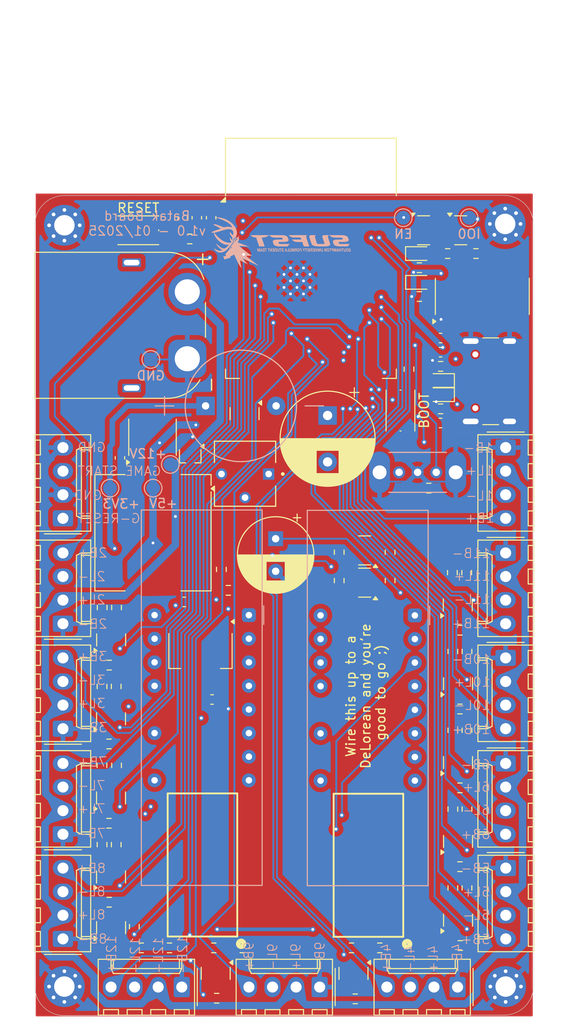
<source format=kicad_pcb>
(kicad_pcb (version 20240108) (generator "pcbnew") (generator_version "8.0")
  (layers (0 "F.Cu" signal) (1 "In1.Cu" signal) (2 "In2.Cu" signal) (31 "B.Cu" signal) (34 "B.Paste" user) (35 "F.Paste" user) (36 "B.SilkS" user "B.Silkscreen") (37 "F.SilkS" user "F.Silkscreen") (38 "B.Mask" user) (39 "F.Mask" user) (44 "Edge.Cuts" user))
  (net 0 "")
  (net 1 "+5V")
  (net 2 "GND")
  (net 3 "Net-(U2-V3)")
  (net 4 "+3V3")
  (net 5 "+12V")
  (net 6 "/EN")
  (net 7 "/RX0")
  (net 8 "Net-(D1-A)")
  (net 9 "Net-(D2-A)")
  (net 10 "/RX")
  (net 12 "Net-(J1-CC1)")
  (net 13 "Net-(J1-CC2)")
  (net 15 "/USB_D+")
  (net 16 "/USB_D-")
  (net 17 "Net-(J2-Pin_3)")
  (net 18 "/BTN_12_OUTPUT")
  (net 19 "Net-(J3-Pin_3)")
  (net 20 "/BTN_1_OUTPUT")
  (net 21 "Net-(J4-Pin_3)")
  (net 22 "/BTN_2_OUTPUT")
  (net 23 "/BTN_3_OUTPUT")
  (net 24 "Net-(J5-Pin_3)")
  (net 25 "/BTN_4_OUTPUT")
  (net 26 "Net-(J6-Pin_3)")
  (net 27 "/BTN_5_OUTPUT")
  (net 28 "Net-(J7-Pin_3)")
  (net 29 "Net-(J8-Pin_3)")
  (net 30 "/BTN_6_OUTPUT")
  (net 31 "Net-(J9-Pin_3)")
  (net 32 "/BTN_7_OUTPUT")
  (net 33 "Net-(J10-Pin_3)")
  (net 34 "/BTN_8_OUTPUT")
  (net 35 "Net-(J11-Pin_3)")
  (net 36 "/BTN_9_OUTPUT")
  (net 37 "/BTN_10_OUTPUT")
  (net 38 "Net-(J12-Pin_3)")
  (net 39 "/BTN_11_OUTPUT")
  (net 40 "Net-(J13-Pin_3)")
  (net 41 "/4 digit 7 segment display/COM4")
  (net 42 "/4 digit 7 segment display/COM3")
  (net 44 "Net-(Q1-B)")
  (net 45 "/DTR")
  (net 46 "/IO0")
  (net 47 "/RTS")
  (net 48 "Net-(Q2-B)")
  (net 49 "/BTN_12_LIGHT")
  (net 50 "/BTN_1_LIGHT")
  (net 51 "/BTN_2_LIGHT")
  (net 52 "/BTN_3_LIGHT")
  (net 53 "/BTN_4_LIGHT")
  (net 54 "/BTN_5_LIGHT")
  (net 55 "/BTN_6_LIGHT")
  (net 56 "/BTN_7_LIGHT")
  (net 57 "/BTN_8_LIGHT")
  (net 58 "/BTN_9_LIGHT")
  (net 59 "/BTN_10_LIGHT")
  (net 60 "/BTN_11_LIGHT")
  (net 68 "/GAME_RESET")
  (net 69 "/GAME_START")
  (net 70 "Net-(BZ1--)")
  (net 71 "/BUZZER")
  (net 74 "Net-(D5-K)")
  (net 75 "/4 digit 7 segment display/COM5")
  (net 76 "/4 digit 7 segment display/K3")
  (net 77 "/4 digit 7 segment display/K7")
  (net 78 "/4 digit 7 segment display/K2")
  (net 79 "/4 digit 7 segment display/K5")
  (net 81 "/4 digit 7 segment display/K8")
  (net 84 "/4 digit 7 segment display/COM2")
  (net 86 "/4 digit 7 segment display/K1")
  (net 87 "/4 digit 7 segment display/K6")
  (net 88 "/4 digit 7 segment display/COM1")
  (net 91 "/SDA_5V")
  (net 92 "/4 digit 7 segment display/K4")
  (net 93 "/SCL_5V")
  (net 95 "/4 digit 7 segment display1/COM1")
  (net 98 "/4 digit 7 segment display1/K3")
  (net 100 "/4 digit 7 segment display1/COM3")
  (net 102 "/4 digit 7 segment display1/K7")
  (net 103 "/4 digit 7 segment display1/K5")
  (net 105 "/4 digit 7 segment display1/K6")
  (net 106 "/4 digit 7 segment display1/COM2")
  (net 107 "/4 digit 7 segment display1/K4")
  (net 108 "/4 digit 7 segment display1/COM5")
  (net 109 "/4 digit 7 segment display1/COM4")
  (net 110 "/4 digit 7 segment display1/K1")
  (net 112 "/4 digit 7 segment display1/K2")
  (net 113 "/4 digit 7 segment display1/K8")
  (net 114 "/SDA")
  (net 115 "/SCL")
  (net 119 "/VOLUME_POT")
  (net 120 "/TOGGLE_SW")
  (net 122 "Net-(Q3-D)")
  (net 123 "Net-(Q4-D)")
  (net 124 "Net-(Q5-D)")
  (net 125 "Net-(Q6-D)")
  (net 126 "Net-(Q7-D)")
  (net 127 "Net-(Q8-D)")
  (net 128 "Net-(Q9-D)")
  (net 129 "Net-(Q10-D)")
  (net 130 "Net-(Q11-D)")
  (net 131 "Net-(Q12-D)")
  (net 132 "Net-(Q13-D)")
  (net 133 "Net-(Q14-D)")
  (footprint "Package_TO_SOT_SMD:SOT-23" (layer "F.Cu") (at 200.8632 122.3495 90)
    (property "Reference" "Q10" (hide yes))
    (property "Value" "NMOS")
  )
  (footprint "Resistor_SMD:R_0603_1608Metric" (layer "F.Cu") (at 203.371636 136.195325 -90)
    (property "Reference" "R22" (hide yes))
    (property "Value" "10k")
  )
  (footprint "Capacitor_SMD:C_0603_1608Metric" (layer "F.Cu") (at 211.6508 59.9 90)
    (property "Reference" "C9" (hide yes))
    (property "Value" "100nF")
  )
  (footprint "Package_SO:SOIC-8_3.9x4.9mm_P1.27mm" (layer "F.Cu") (at 205.332156 83.524988 90)
    (property "Reference" "U3" (hide yes))
    (property "Value" "XL1509-5.0")
  )
  (footprint "sufst-lib:HT16K33" (layer "F.Cu") (at 210.7151 129.5585 90)
    (property "Reference" "IC2" (hide yes))
    (property "Value" "HT16K33")
    (property "VALUE" "HTK16K33" (hide yes))
  )
  (footprint "Resistor_SMD:R_0603_1608Metric" (layer "F.Cu") (at 201.422 127.3678 -90)
    (property "Reference" "R18" (hide yes))
    (property "Value" "51k")
  )
  (footprint "Capacitor_SMD:C_0603_1608Metric" (layer "F.Cu") (at 236.3724 81.9912)
    (property "Reference" "C6" (hide yes))
    (property "Value" "100nF")
  )
  (footprint "Capacitor_SMD:C_0603_1608Metric" (layer "F.Cu") (at 211.75 111.75 180)
    (property "Reference" "C4" (hide yes))
    (property "Value" "10uF")
  )
  (footprint "Capacitor_SMD:C_0603_1608Metric" (layer "F.Cu") (at 208.5848 59.8932 -90)
    (property "Reference" "C8" (hide yes))
    (property "Value" "10uF")
  )
  (footprint "Connector_Molex:Molex_KK-254_AE-6410-04A_1x04_P2.54mm_Vertical" (layer "F.Cu") (at 238.2012 142.6972 180)
    (property "Reference" "J6" (hide yes))
    (property "Value" "Molex_KK-254")
  )
  (footprint "Resistor_SMD:R_0603_1608Metric" (layer "F.Cu") (at 201.418177 110.344254 -90)
    (property "Reference" "R13" (hide yes))
    (property "Value" "51k")
  )
  (footprint "Connector_Molex:Molex_KK-254_AE-6410-04A_1x04_P2.54mm_Vertical" (layer "F.Cu") (at 195.6816 103.5928 90)
    (property "Reference" "J4" (hide yes))
    (property "Value" "Molex_KK-254")
  )
  (footprint "Resistor_SMD:R_0603_1608Metric" (layer "F.Cu") (at 232.9688 76.2 -90)
    (property "Reference" "R8" (hide yes))
    (property "Value" "10k")
  )
  (footprint "Button_Switch_SMD:SW_Push_1P1T_NO_CK_KMR2" (layer "F.Cu") (at 232.05 80.65 -90)
    (property "Reference" "SW1" (hide yes))
    (property "Value" "BOOT")
  )
  (footprint "Resistor_SMD:R_0603_1608Metric" (layer "F.Cu") (at 238.4552 121.2596)
    (property "Reference" "R32" (hide yes))
    (property "Value" "10k")
  )
  (footprint "Resistor_SMD:R_0603_1608Metric" (layer "F.Cu") (at 200.63986 125.071481)
    (property "Reference" "R29" (hide yes))
    (property "Value" "10k")
  )
  (footprint "Resistor_SMD:R_0603_1608Metric" (layer "F.Cu") (at 230.93355 98.95285 -90)
    (property "Reference" "R34" (hide yes))
    (property "Value" "10k")
  )
  (footprint "Resistor_SMD:R_0603_1608Metric" (layer "F.Cu") (at 237.6932 106.5784 90)
    (property "Reference" "R51" (hide yes))
    (property "Value" "1k")
  )
  (footprint "Resistor_SMD:R_0603_1608Metric" (layer "F.Cu") (at 238.4552 104.2924)
    (property "Reference" "R23" (hide yes))
    (property "Value" "10k")
  )
  (footprint "Resistor_SMD:R_0603_1608Metric" (layer "F.Cu") (at 225.44715 98.95285 -90)
    (property "Reference" "R9" (hide yes))
    (property "Value" "10k")
  )
  (footprint "Resistor_SMD:R_0603_1608Metric" (layer "F.Cu") (at 199.894177 110.344254 90)
    (property "Reference" "R43" (hide yes))
    (property "Value" "1k")
  )
  (footprint "Package_TO_SOT_SMD:SOT-23" (layer "F.Cu") (at 238.252 110.0559 90)
    (property "Reference" "Q14" (hide yes))
    (property "Value" "NMOS")
  )
  (footprint "LED_SMD:LED_0603_1608Metric" (layer "F.Cu") (at 234.08578 66.8528)
    (property "Reference" "D1" (hide yes))
    (property "Value" "YELLOW")
  )
  (footprint "Connector_USB:USB_C_Receptacle_GCT_USB4105-xx-A_16P_TopMnt_Horizontal" (layer "F.Cu") (at 242.723159 77.498857 90)
    (property "Reference" "J1" (hide yes))
    (property "Value" "USB_C_Receptacle_USB2.0_16P")
  )
  (footprint "Resistor_SMD:R_0603_1608Metric" (layer "F.Cu") (at 212.75 97.75 90)
    (property "Reference" "R38" (hide yes))
    (property "Value" "51k")
  )
  (footprint "Resistor_SMD:R_0603_1608Metric" (layer "F.Cu") (at 209.3468 62.1792)
    (property "Reference" "R5" (hide yes))
    (property "Value" "10k")
  )
  (footprint "Package_TO_SOT_SMD:SOT-23" (layer "F.Cu") (at 238.252 118.5395 90)
    (property "Reference" "Q13" (hide yes))
    (property "Value" "NMOS")
  )
  (footprint "Resistor_SMD:R_0603_1608Metric" (layer "F.Cu") (at 237.6424 98.0948 90)
    (property "Reference" "R41" (hide yes))
    (property "Value" "1k")
  )
  (footprint "Resistor_SMD:R_0603_1608Metric" (layer "F.Cu") (at 234.0864 68.3768 180)
    (property "Reference" "R1" (hide yes))
    (property "Value" "1k")
  )
  (footprint "Resistor_SMD:R_0603_1608Metric" (layer "F.Cu") (at 214.9978 138.4808)
    (property "Reference" "R49" (hide yes))
    (property "Value" "1k")
  )
  (footprint "MountingHole:MountingHole_2.2mm_M2_Pad_Via" (layer "F.Cu") (at 195.834 142.6464)
    (property "Reference" "H3" (hide yes))
    (property "Value" "MountingHole_Pad")
  )
  (footprint "Package_TO_SOT_SMD:SOT-23" (layer "F.Cu") (at 238.252 135.5067 90)
    (property "Reference" "Q8" (hide yes))
    (property "Value" "NMOS")
  )
  (footprint "Resistor_SMD:R_0603_1608Metric" (layer "F.Cu") (at 199.898 127.3678 90)
    (property "Reference" "R48" (hide yes))
    (property "Value" "1k")
  )
  (footprint "Resistor_SMD:R_0603_1608Metric" (layer "F.Cu") (at 239.2172 132.0292 90)
    (property "Reference" "R15" (hide yes))
    (property "Value" "51k")
  )
  (footprint "Connector_Molex:Molex_KK-254_AE-6410-04A_1x04_P2.54mm_Vertical" (layer "F.Cu") (at 195.6816 114.8928 90)
    (property "Reference" "J5" (hide yes))
    (property "Value" "Molex_KK-254")
  )
  (footprint "Package_TO_SOT_SMD:SOT-23" (layer "F.Cu") (at 228.190787 99.173213 180)
    (property "Reference" "Q15" (hide yes))
    (property "Value" "NMOS")
  )
  (footprint "Capacitor_THT:CP_Radial_D8.0mm_P3.50mm" (layer "F.Cu") (at 218.6 94.447349 -90)
    (property "Reference" "C11" (hide yes))
    (property "Value" "180uF")
  )
  (footprint "Capacitor_SMD:C_0603_1608Metric" (layer "F.Cu") (at 236.3724 72.8472 180)
    (property "Reference" "C2" (hide yes))
    (property "Value" "10nF")
  )
  (footprint "Resistor_SMD:R_0603_1608Metric" (layer "F.Cu") (at 238.4552 129.7432)
    (property "Reference" "R28" (hide yes))
    (property "Value" "10k")
  )
  (footprint "Capacitor_SMD:C_0603_1608Metric" (layer "F.Cu") (at 201.824132 85.743824 90)
    (property "Reference" "C7" (hide yes))
    (property "Value" "10uF")
  )
  (footprint "Package_TO_SOT_SMD:SOT-23" (layer "F.Cu") (at 238.5375 61.25)
    (property "Reference" "Q1" (hide yes))
    (property "Value" "NPN")
  )
  (footprint "Resistor_SMD:R_0603_1608Metric" (layer "F.Cu") (at 226.7712 138.4808 180)
    (property "Reference" "R26" (hide yes))
    (property "Value" "10k")
  )
  (footprint "Resistor_SMD:R_0603_1608Metric" (layer "F.Cu") (at 236.3724 80.4672)
    (property "Reference" "R7" (hide yes))
    (property "Value" "5.1k")
  )
  (footprint "Resistor_SMD:R_0603_1608Metric" (layer "F.Cu") (at 239.185791 98.096732 90)
    (property "Reference" "R11" (hide yes))
    (property "Value" "51k")
  )
  (footprint "Connector_Molex:Molex_KK-254_AE-6410-04A_1x04_P2.54mm_Vertical" (layer "F.Cu") (at 243.3828 84.6328 -90)
    (property "Reference" "J3" (hide yes))
    (property "Value" "Molex_KK-254")
  )
  (footprint "Resistor_SMD:R_0603_1608Metric" (layer "F.Cu") (at 240.1824 63.754 180)
    (property "Reference" "R4" (hide yes))
    (property "Value" "10k")
  )
  (footprint "Package_TO_SOT_SMD:SOT-23" (layer "F.Cu") (at 200.8632 113.8197 90)
    (property "Reference" "Q6" (hide yes))
    (property "Value" "NMOS")
  )
  (footprint "Resistor_SMD:R_0603_1608Metric" (layer "F.Cu") (at 237.6932 123.5456 90)
    (property "Reference" "R46" (hide yes))
    (property "Value" "1k")
  )
  (footprint "Connector_Molex:Molex_KK-254_AE-6410-04A_1x04_P2.54mm_Vertical" (layer "F.Cu") (at 223.3422 142.6972 180)
    (property "Reference" "J11" (hide yes))
    (property "Value" "Molex_KK-254")
  )
  (footprint "Resistor_SMD:R_0603_1608Metric" (layer "F.Cu") (at 204.1144 138.4808)
    (property "Reference" "R40" (hide yes))
    (property "Value" "1k")
  )
  (footprint "Connector_Molex:Molex_KK-254_AE-6410-04A_1x04_P2.54mm_Vertical" (layer "F.Cu") (at 195.6816 126.2528 90)
    (property "Reference" "J9" (hide yes))
    (property "Value" "Molex_KK-254")
  )
  (footprint "Package_TO_SOT_SMD:SOT-23" (layer "F.Cu") (at 200.8632 130.8453 90)
    (property "Reference" "Q11" (hide yes))
    (property "Value" "NMOS")
  )
  (footprint "Resistor_SMD:R_0603_1608Metric" (layer "F.Cu") (at 239.2176 123.5456 90)
    (property "Reference" "R16" (hide yes))
    (property "Value" "51k")
  )
  (footprint "Resistor_SMD:R_0603_1608Metric" (layer "F.Cu") (at 200.6448 116.5352)
    (property "Reference" "R25" (hide yes))
    (property "Value" "10k")
  )
  (footprint "Resistor_SMD:R_0603_1608Metric" (layer "F.Cu") (at 237.1344 63.754)
    (property "Reference" "R3" (hide yes))
    (property "Value" "10k")
  )
  (footprint "Connector_Molex:Molex_KK-254_AE-6410-04A_1x04_P2.54mm_Vertical" (layer "F.Cu") (at 243.3978 129.8928 -90)
    (property "Reference" "J7" (hide yes))
    (property "Value" "Molex_KK-254")
  )
  (footprint "MountingHole:MountingHole_2.2mm_M2_Pad_Via" (layer "F.Cu") (at 243.333274 60.566726)
    (property "Reference" "H2" (hide yes))
    (property "Value" "MountingHole_Pad")
  )
  (footprint "Package_TO_SOT_SMD:SOT-23" (layer "F.Cu") (at 234.5375 61.25)
    (property "Reference" "Q2" (hide yes))
    (property "Value" "NPN")
  )
  (footprint "Capacitor_THT:CP_Radial_D10.0mm_P5.00mm" (layer "F.Cu") (at 224.2 81.182323 -90)
    (property "Reference" "C5" (hide yes))
    (property "Value" "470uF")
  )
  (footprint "Resistor_SMD:R_0603_1608Metric" (layer "F.Cu") (at 212.25 143.9 180)
    (property "Reference" "R19" (hide yes))
    (property "Value" "51k")
  )
  (footprint "Resistor_SMD:R_0603_1608Metric" (layer "F.Cu") (at 237.6932 132.0292 90)
    (property "Reference" "R45" (hide yes))
    (property "Value" "1k")
  )
  (footprint "MountingHole:MountingHole_2.2mm_M2_Pad_Via" (layer "F.Cu") (at 195.838906 60.710895)
    (property "Reference" "H1" (hide yes))
    (property "Value" "MountingHole_Pad")
  )
  (footprint "Resistor_SMD:R_0603_1608Metric" (layer "F.Cu") (at 236.3724 75.8952)
    (property "Reference" "R6" (hide yes))
    (property "Value" "5.1k")
  )
  (footprint "Connector_Molex:Molex_KK-254_AE-6410-04A_1x04_P2.54mm_Vertical" (layer "F.Cu") (at 243.3828 95.9728 -90)
    (property "Reference" "J13" (hide yes))
    (property "Value" "Molex_KK-254")
  )
  (footprint "Resistor_SMD:R_0603_1608Metric" (layer "F.Cu") (at 235.1 89)
    (property "Reference" "R37" (hide yes))
    (property "Value" "10k")
  )
  (footprint "Package_SO:SOIC-16_3.9x9.9mm_P1.27mm" (layer "F.Cu") (at 240.8682 68.3626 90)
    (property "Reference" "U2" (hide yes))
    (property "Value" "CH340C")
  )
  (footprint "Button_Switch_SMD:SW_Push_1P1T_NO_CK_KMR2" (layer "F.Cu") (at 203.8 61.25 180)
    (property "Reference" "SW2" (hide yes))
    (property "Value" "RESET")
  )
  (footprint "Resistor_SMD:R_0603_1608Metric" (layer "F.Cu") (at 239.2172 115.062 90)
    (property "Reference" "R20" (hide yes))
    (property "Value" "51k")
  )
  (footprint "Capacitor_SMD:C_0603_1608Metric" (layer "F.Cu") (at 210.1088 59.9 -90)
    (property "Reference" "C10" (hide yes))
    (property "Value" "10uF")
  )
  (footprint "Resistor_SMD:R_0603_1608Metric" (layer "F.Cu") (at 238.4552 112.776)
    (property "Reference" "R33" (hide yes))
    (property "Value" "10k")
  )
  (footprint "Package_TO_SOT_SMD:SOT-23" (layer "F.Cu") (at 228.19035 95.70165 180)
    (property "Reference" "Q16" (hide yes))
    (property "Value" "NMOS")
  )
  (footprint "MountingHole:MountingHole_2.2mm_M2_Pad_Via" (layer "F.Cu") (at 243.3828 142.6464)
    (property "Reference" "H4" (hide yes))
    (property "Value" "MountingHole_Pad")
  )
  (footprint "Resistor_SMD:R_0603_1608Metric" (layer "F.Cu") (at 230.93355 95.90485 90)
    (property "Reference" "R36" (hide yes))
    (property "Value" "10k")
  )
  (footprint "Resistor_SMD:R_0603_1608Metric" (layer "F.Cu") (at 200.66 133.5654)
    (property "Reference" "R30" (hide yes))
    (property "Value" "10k")
  )
  (footprint "Resistor_SMD:R_0603_1608Metric" (layer "F.Cu") (at 234.0864 65.278 180)
    (property "Reference" "R2" (hide yes))
    (property "Value" "1k")
  )
  (footprint "Resistor_SMD:R_0603_1608Metric" (layer "F.Cu") (at 225.44715 95.89265 90)
    (property "Reference" "R35" (hide yes))
    (property "Value" "10k")
  )
  (footprint "Package_TO_SOT_SMD:SOT-223-3_TabPin2" (layer "F.Cu") (at 210.5 106.5 -90)
    (property "Reference" "U7" (hide yes))
    (property "Value" "AZ1117CH-3.3TRG1")
  )
  (footprint "Resistor_SMD:R_0603_1608Metric" (layer "F.Cu") (at 201.4606 118.8354 -90)
    (property "Reference" "R17" (hide yes))
    (property "Value" "51k")
  )
  (footprint "Capacitor_SMD:C_0603_1608Metric" (layer "F.Cu") (at 236.3724 74.3712 180)
    (property "Reference" "C3" (hide yes))
    (property "Value" "10uF")
  )
  (footprint "Resistor_SMD:R_0603_1608Metric" (layer "F.Cu") (at 201.457323 101.852152 -90)
    (property "Reference" "R12" (hide yes))
    (property "Value" "51k")
  )
  (footprint "Connector_Molex:Molex_KK-254_AE-6410-04A_1x04_P2.54mm_Vertical" (layer "F.Cu") (at 195.6816 137.5128 90)
    (property "Reference" "J10" (hide yes))
    (property "Value" "Molex_KK-254")
  )
  (footprint "Resistor_SMD:R_0603_1608Metric" (layer "F.Cu") (at 227.1776 143.9672 180)
    (property "Reference" "R14" (hide yes))
    (property "Value" "51k")
  )
  (footprint "Connector_AMASS:AMASS_XT60PW-M_1x02_P7.20mm_Horizontal" (layer "F.Cu") (at 209.08 75.0756 90)
    (property "Reference" "J14" (hide yes))
    (property "Value" "Conn_01x02")
  )
  (footprint "sufst-lib:TRIM_3362P-1-304LF" (layer "F.Cu") (at 215.3055 87.48 180)
    (property "Reference" "RV1" (hide yes))
    (property "Value" "300k")
  )
  (footprint "Connector_Molex:Molex_KK-254_AE-6410-04A_1x04_P2.54mm_Vertical" (layer "F.Cu") (at 243.3828 118.6328 -90)
    (property "Reference" "J8" (hide yes))
    (property "Value" "Molex_KK-254")
  )
  (footprint "Connector_Molex:Molex_KK-254_AE-6410-04A_1x04_P2.54mm_Vertical" (layer "F.Cu") (at 195.6816 92.2528 90)
    (property "Reference" "J15" (hide yes))
    (property "Value" "Molex_KK-254")
  )
  (footprint "Package_TO_SOT_SMD:SOT-23" (layer "F.Cu") (at 238.223287 101.57483 90)
    (property "Reference" "Q4" (hide yes))
    (property "Value" "NMOS")
  )
  (footprint "Package_TO_SOT_SMD:SOT-23" (layer "F.Cu") (at 238.252 127.0231 90)
    (property "Reference" "Q9" (hide yes))
    (property "Value" "NMOS")
  )
  (footprint "Resistor_SMD:R_0603_1608Metric" (layer "F.Cu") (at 237.6932 115.062 90)
    (property "Reference" "R50" (hide yes))
    (property "Value" "1k")
  )
  (footprint "Package_TO_SOT_SMD:SOT-23" (layer "F.Cu") (at 226.9885 141.224 -90)
    (property "Reference" "Q7" (hide yes))
    (property "Value" "NMOS")
  )
  (footprint "Inductor_SMD:L_Coilcraft_MSS1210-XXX" (layer "F.Cu") (at 205.3844 93.8024 -90)
    (property "Reference" "L1" (hide yes))
    (property "Value" "68uH")
  )
  (footprint "Resistor_SMD:R_0603_1608Metric" (layer "F.Cu") (at 200.66 108.0516)
    (property "Reference" "R24" (hide yes))
    (property "Value" "10k")
  )
  (footprint "Package_TO_SOT_SMD:SOT-323_SC-70" (layer "F.Cu") (at 209.3975 85.55 -90)
    (property "Reference" "D5" (hide yes))
    (property "Value" "BAT54W")
  )
  (footprint "Resistor_SMD:R_0603_1608Metric" (layer "F.Cu") (at 199.907786 101.849271 90)
    (property "Reference" "R42" (hide yes))
    (property "Value" "1k")
  )
  (footprint "Resistor_SMD:R_0603_1608Metric" (layer "F.Cu") (at 207.1624 138.4808)
    (property "Reference" "R10" (hide yes))
    (property "Value" "51k")
  )
  (footprint "Package_TO_SOT_SMD:SOT-23" (layer "F.Cu") (at 215.25 80.9875 -90)
    (property "Reference" "Q17" (hide yes))
    (property "Value" "NMOS")
  )
  (footprint "Package_TO_SOT_SMD:SOT-23" (layer "F.Cu") (at 212.1408 141.224 -90)
    (property "Reference" "Q12" (hide yes))
    (property "Value" "NMOS")
  )
  (footprint "Resistor_SMD:R_0603_1608Metric" (layer "F.Cu") (at 238.4938 138.2268)
    (property "Reference" "R27" (hide yes))
    (property "Value" "10k")
  )
  (footprint "Package_TO_SOT_SMD:SOT-23" (layer "F.Cu") (at 200.8773 105.3315 90)
    (property "Reference" "Q5" (hide yes))
    (property "Value" "NMOS")
  )
  (footprint "Diode_SMD:D_0603_1608Metric" (layer "F.Cu") (at 236.3724 77.4192 180)
    (property "Reference" "D4" (hide yes))
    (property "Value" "ESD9B3.3ST5G")
  )
  (footprint "Diode_SMD:D_0603_1608Metric" (layer "F.Cu") (at 236.3724 78.9432 180)
    (property "Reference" "D3" (hide yes))
    (property "Value" "ESD9B3.3ST5G")
  )
  (footprint "Resistor_SMD:R_0603_1608Metric" (layer "F.Cu") (at 239.2172 106.5784 90)
    (property "Reference" "R21" (hide yes))
    (property "Value" "51k")
  )
  (footprint "LED_SMD:LED_0603_1608Metric" (layer "F.Cu") (at 234.0864 63.754)
    (property "Reference" "D2" (hide yes))
    (property "Value" "GREEN")
  )
  (footprint "Resistor_SMD:R_0603_1608Metric" (layer "F.Cu") (at 229.8192 138.4808)
    (property "Reference" "R44" (hide yes))
    (property "Value" "1k")
  )
  (footprint "Resistor_SMD:R_0603_1608Metric" (layer "F.Cu") (at 211.9376 138.4808 180)
    (property "Reference" "R31" (hide yes))
    (property "Value" "10k")
  )
  (footprint "Resistor_SMD:R_0603_1608Metric" (layer "F.Cu") (at 213.5 100)
    (property "Reference" "R39" (hide yes))
    (property "Value" "51k")
  )
  (footprint "sufst-lib:HT16K33" (layer "F.Cu") (at 228.6 129.5908 90)
    (property "Reference" "IC1" (hide yes))
    (property "Value" "HT16K33")
    (property "VALUE" "HTK16K33" (hide yes))
  )
  (footprint "Connector_Molex:Molex_KK-254_AE-6410-04A_1x04_P2.54mm_Vertical" (layer "F.Cu") (at 243.3828 107.2728 -90)
    (property "Reference" "J12" (hide yes))
    (property "Value" "Molex_KK-254")
  )
  (footprint "Connector_Molex:Molex_KK-254_AE-6410-04A_1x04_P2.54mm_Vertical" (layer "F.Cu") (at 208.4832 142.6972 180)
    (property "Reference" "J2" (hide yes))
    (property "Value" "Molex_KK-254")
  )
  (footprint "Resistor_SMD:R_0603_1608Metric" (layer "F.Cu") (at 199.8858 118.8354 90)
    (property "Reference" "R47" (hide yes))
    (property "Value" "1k")
  )
  (footprint "RF_Module:ESP32-S3-WROOM-1" (layer "F.Cu") (at 222.4 64.24)
    (property "Reference" "U4" (hide yes))
    (property "Value" "ESP32-S3-WROOM-1")
  )
  (footprint "Package_TO_SOT_SMD:SOT-23" (layer "F.Cu") (at 200.8693 136.3025 90)
    (property "Reference" "Q3" (hide yes))
    (property "Value" "NMOS")
  )
  (footprint "Capacitor_SMD:C_0603_1608Metric" (layer "F.Cu") (at 208.75 101.25 180)
    (property "Reference" "C1" (hide yes))
    (property "Value" "10uF")
  )
  (footprint "TestPoint:TestPoint_Pad_D1.5mm" (layer "B.Cu") (at 205.4 89 180)
    (property "Reference" "TP3" (hide yes))
    (property "Value" "+5V")
  )
  (footprint "sufst-lib:CUI_CMI-1275-85T" (layer "B.Cu") (at 214.85 80.15)
    (property "Reference" "BZ1" (hide yes))
    (property "Value" "Buzzer")
  )
  (footprint "TestPoint:TestPoint_Pad_D1.5mm" (layer "B.Cu") (at 239.45 59.9 180)
    (property "Reference" "TP7" (hide yes))
    (property "Value" "IO0")
  )
  (footprint "TestPoint:TestPoint_Pad_D1.5mm" (layer "B.Cu") (at 232.35 59.9 180)
    (property "Reference" "TP8" (hide yes))
    (property "Value" "EN")
  )
  (footprint "TestPoint:TestPoint_Pad_D1.5mm" (layer "B.Cu") (at 200.75 89 180)
    (property "Reference" "TP2" (hide yes))
    (property "Value" "+3V3")
  )
  (footprint "Display_7Segment:LTC-4627Jx" (layer "B.Cu") (at 233.6 102.6991 180)
    (property "Reference" "U5" (hide yes))
    (property "Value" "LTC-4627JR")
  )
  (footprint "TestPoint:TestPoint_Pad_D1.5mm" (layer "B.Cu") (at 205.15 75.15 180)
    (property "Reference" "TP1" (hide yes))
    (property "Value" "GND")
  )
  (footprint "sufst-lib:0S102011MS2QN1" (layer "B.Cu") (at 229.8 87.3)
    (property "Reference" "SW3" (hide yes))
    (property "Value" "0S102011MS2QN1")
  )
  (footprint "Display_7Segment:LTC-4627Jx" (layer "B.Cu") (at 215.7151 102.6668 180)
    (property "Reference" "U6" (hide yes))
    (property "Value" "LTC-4627JR")
  )
  (footprint "LOGO" (layer "B.Cu") (at 219.2 62.6 180)
    (property "Reference" "G***" (hide yes))
    (property "Value" "LOGO" (hide yes))
  )
  (footprint "TestPoint:TestPoint_Pad_D1.5mm" (layer "B.Cu") (at 207.25 86.45 180)
    (property "Reference" "TP4" (hide yes))
    (property "Value" "+12V")
  )
  (gr_rect (start 192.85 57.4) (end 246.2 145.75) (stroke (width 0.2)) (fill solid) (layer "F.Cu"))
  (gr_line (start 195.835433 145.767302) (end 243.202858 145.717258) (stroke (width 0.05)) (layer "Edge.Cuts"))
  (gr_arc (start 243.2 57.5) (mid 245.462742 58.437258) (end 246.4 60.7) (stroke (width 0.05)) (layer "Edge.Cuts"))
  (gr_line (start 192.638906 60.710895) (end 192.635433 142.567302) (stroke (width 0.05)) (layer "Edge.Cuts"))
  (gr_arc (start 195.835433 145.767302) (mid 193.572691 144.830044) (end 192.635433 142.567302) (stroke (width 0.05)) (layer "Edge.Cuts"))
  (gr_line (start 246.402858 142.517258) (end 246.4 60.7) (stroke (width 0.05)) (layer "Edge.Cuts"))
  (gr_arc (start 192.638906 60.710895) (mid 193.576164 58.448153) (end 195.838906 57.510895) (stroke (width 0.05)) (layer "Edge.Cuts"))
  (gr_line (start 243.2 57.5) (end 195.838906 57.510895) (stroke (width 0.05)) (layer "Edge.Cuts"))
  (gr_arc (start 246.402858 142.517258) (mid 245.465611 144.780011) (end 243.202858 145.717258) (stroke (width 0.05)) (layer "Edge.Cuts"))
  (gr_text "5B+" (at 241.8 138.15 0) (layer "B.SilkS") (effects (font (size 1 1) (thickness 0.1)) (justify left bottom mirror)))
  (gr_text "7B+" (at 197.2 119.05 0) (layer "B.SilkS") (effects (font (size 1 1) (thickness 0.1)) (justify right bottom mirror)))
  (gr_text "11B-" (at 241.8 96.6 0) (layer "B.SilkS") (effects (font (size 1 1) (thickness 0.1)) (justify left bottom mirror)))
  (gr_text "7L-" (at 197.2 121.6 0) (layer "B.SilkS") (effects (font (size 1 1) (thickness 0.1)) (justify right bottom mirror)))
  (gr_text "11L-" (at 241.8 101.55 0) (layer "B.SilkS") (effects (font (size 1 1) (thickness 0.1)) (justify left bottom mirror)))
  (gr_text "8L+" (at 197.2 135.5 0) (layer "B.SilkS") (effects (font (size 1 1) (thickness 0.1)) (justify right bottom mirror)))
  (gr_text "2B+" (at 197.2 96.55 0) (layer "B.SilkS") (effects (font (size 1 1) (thickness 0.1)) (justify right bottom mirror)))
  (gr_text "6B+" (at 241.8 126.85 0) (layer "B.SilkS") (effects (font (size 1 1) (thickness 0.1)) (justify left bottom mirror)))
  (gr_text "10L+" (at 241.8 110.45 0) (layer "B.SilkS") (effects (font (size 1 1) (thickness 0.1)) (justify left bottom mirror)))
  (gr_text "12L+" (at 206.55 141.35 90) (layer "B.SilkS") (effects (font (size 1 1) (thickness 0.1)) (justify right bottom mirror)))
  (gr_text "5B-" (at 241.8 130.5 0) (layer "B.SilkS") (effects (font (size 1 1) (thickness 0.1)) (justify left bottom mirror)))
  (gr_text "8B-" (at 197.2 138.1 0) (layer "B.SilkS") (effects (font (size 1 1) (thickness 0.1)) (justify right bottom mirror)))
  (gr_text "1L-" (at 242.15 90.4 0) (layer "B.SilkS") (effects (font (size 1 1) (thickness 0.1)) (justify left bottom mirror)))
  (gr_text "GAME START" (at 197.2 87.75 0) (layer "B.SilkS") (effects (font (size 1 1) (thickness 0.1)) (justify right bottom mirror)))
  (gr_text "9L-" (at 218.85 141.05 90) (layer "B.SilkS") (effects (font (size 1 1) (thickness 0.1)) (justify right bottom mirror)))
  (gr_text "3L-" (at 197.2 110.25 0) (layer "B.SilkS") (effects (font (size 1 1) (thickness 0.1)) (justify right bottom mirror)))
  (gr_text "3L+" (at 197.2 112.75 0) (layer "B.SilkS") (effects (font (size 1 1) (thickness 0.1)) (justify right bottom mirror)))
  (gr_text "11L+" (at 241.8 99.05 0) (layer "B.SilkS") (effects (font (size 1 1) (thickness 0.1)) (justify left bottom mirror)))
  (gr_text "4L+" (at 236.15 141.25 90) (layer "B.SilkS") (effects (font (size 1 1) (thickness 0.1)) (justify right bottom mirror)))
  (gr_text "12L-" (at 204.05 141.35 90) (layer "B.SilkS") (effects (font (size 1 1) (thickness 0.1)) (justify right bottom mirror)))
  (gr_text "5L+" (at 241.8 133.05 0) (layer "B.SilkS") (effects (font (size 1 1) (thickness 0.1)) (justify left bottom mirror)))
  (gr_text "2L+" (at 197.2 101.6 0) (layer "B.SilkS") (effects (font (size 1 1) (thickness 0.1)) (justify right bottom mirror)))
  (gr_text "7L+" (at 197.2 124.1 0) (layer "B.SilkS") (effects (font (size 1 1) (thickness 0.1)) (justify right bottom mirror)))
  (gr_text "10L-" (at 241.8 112.95 0) (layer "B.SilkS") (effects (font (size 1 1) (thickness 0.1)) (justify left bottom mirror)))
  (gr_text "9B+" (at 216.3 141.05 90) (layer "B.SilkS") (effects (font (size 1 1) (thickness 0.1)) (justify right bottom mirror)))
  (gr_text "4L-" (at 233.65 141.25 90) (layer "B.SilkS") (effects (font (size 1 1) (thickness 0.1)) (justify right bottom mirror)))
  (gr_text "7B-" (at 197.05 126.75 0) (layer "B.SilkS") (effects (font (size 1 1) (thickness 0.1)) (justify right bottom mirror)))
  (gr_text "GND" (at 197.2 85.2 0) (layer "B.SilkS") (effects (font (size 1 1) (thickness 0.1)) (justify right bottom mirror)))
  (gr_text "3B+" (at 197.2 107.7 0) (layer "B.SilkS") (effects (font (size 1 1) (thickness 0.1)) (justify right bottom mirror)))
  (gr_text "5L-" (at 241.8 135.55 0) (layer "B.SilkS") (effects (font (size 1 1) (thickness 0.1)) (justify left bottom mirror)))
  (gr_text "6B-" (at 241.8 119.35 0) (layer "B.SilkS") (effects (font (size 1 1) (thickness 0.1)) (justify left bottom mirror)))
  (gr_text "10B-" (at 241.8 108 0) (layer "B.SilkS") (effects (font (size 1 1) (thickness 0.1)) (justify left bottom mirror)))
  (gr_text "2L-" (at 197.2 99.1 0) (layer "B.SilkS") (effects (font (size 1 1) (thickness 0.1)) (justify right bottom mirror)))
  (gr_text "G-RESET" (at 197.2 92.85 0) (layer "B.SilkS") (effects (font (size 1 1) (thickness 0.1)) (justify right bottom mirror)))
  (gr_text "2B-" (at 197.2 104.2 0) (layer "B.SilkS") (effects (font (size 1 1) (thickness 0.1)) (justify right bottom mirror)))
  (gr_text "9L+" (at 221.35 141.05 90) (layer "B.SilkS") (effects (font (size 1 1) (thickness 0.1)) (justify right bottom mirror)))
  (gr_text "11B+" (at 241.8 104.15 0) (layer "B.SilkS") (effects (font (size 1 1) (thickness 0.1)) (justify left bottom mirror)))
  (gr_text "3B-" (at 197.2 115.35 0) (layer "B.SilkS") (effects (font (size 1 1) (thickness 0.1)) (justify right bottom mirror)))
  (gr_text "6L-" (at 241.8 124.25 0) (layer "B.SilkS") (effects (font (size 1 1) (thickness 0.1)) (justify left bottom mirror)))
  (gr_text "1B+" (at 242.25 92.8 0) (layer "B.SilkS") (effects (font (size 1 1) (thickness 0.1)) (justify left bottom mirror)))
  (gr_text "1B-" (at 242.1 85.25 0) (layer "B.SilkS") (effects (font (size 1 1) (thickness 0.1)) (justify left bottom mirror)))
  (gr_text "1L+" (at 242.15 87.7 0) (layer "B.SilkS") (effects (font (size 1 1) (thickness 0.1)) (justify left bottom mirror)))
  (gr_text "8B+" (at 197.05 130.5 0) (layer "B.SilkS") (effects (font (size 1 1) (thickness 0.1)) (justify right bottom mirror)))
  (gr_text "12B+" (at 201.5 141.35 90) (layer "B.SilkS") (effects (font (size 1 1) (thickness 0.1)) (justify right bottom mirror)))
  (gr_text "GND" (at 196.8 90.35 0) (layer "B.SilkS") (effects (font (size 1 1) (thickness 0.1)) (justify right bottom mirror)))
  (gr_text "6L+" (at 241.8 121.75 0) (layer "B.SilkS") (effects (font (size 1 1) (thickness 0.1)) (justify left bottom mirror)))
  (gr_text "12B-" (at 209.15 141.35 90) (layer "B.SilkS") (effects (font (size 1 1) (thickness 0.1)) (justify right bottom mirror)))
  (gr_text "9B-" (at 223.95 141.05 90) (layer "B.SilkS") (effects (font (size 1 1) (thickness 0.1)) (justify right bottom mirror)))
  (gr_text "10B+" (at 241.8 115.55 0) (layer "B.SilkS") (effects (font (size 1 1) (thickness 0.1)) (justify left bottom mirror)))
  (gr_text "4B+" (at 231.1 141.25 90) (layer "B.SilkS") (effects (font (size 1 1) (thickness 0.1)) (justify right bottom mirror)))
  (gr_text "Batak Board\nv1.0 - 01/2025" (at 204.75 61.9 0) (layer "B.SilkS") (effects (font (size 1 1) (thickness 0.125)) (justify bottom mirror)))
  (gr_text "4B-" (at 238.75 141.25 90) (layer "B.SilkS") (effects (font (size 1 1) (thickness 0.1)) (justify right bottom mirror)))
  (gr_text "8L-" (at 197.2 133 0) (layer "B.SilkS") (effects (font (size 1 1) (thickness 0.1)) (justify right bottom mirror)))
  (gr_text "Wire this up to a \nDeLorean and you're \ngood to go ;)" (at 230.5 111 90) (layer "F.SilkS") (effects (font (size 1 1)) (justify bottom)))
  (segment (start 237.1474 81.9912) (end 238.164015 80.974585) (width 0.2) (layer "F.Cu") (net 1))
  (segment (start 203.47 127.184665) (end 203.47 100.4668) (width 0.4) (layer "F.Cu") (net 1))
  (segment (start 238.164015 80.974585) (end 238.164015 79.974015) (width 0.2) (layer "F.Cu") (net 1))
  (segment (start 238.001143 75.098857) (end 239.043159 75.098857) (width 0.6) (layer "F.Cu") (net 1))
  (segment (start 212.2263 136.41) (end 206.2766 136.41) (width 0.4) (layer "F.Cu") (net 1))
  (segment (start 212.3 136.4837) (end 212.2263 136.41) (width 0.4) (layer "F.Cu") (net 1))
  (segment (start 204.8 135.4417) (end 204.8 128.514665) (width 0.4) (layer "F.Cu") (net 1))
  (segment (start 208.2 102) (end 208.2 103.35) (width 1) (layer "F.Cu") (net 1))
  (segment (start 222.6 136.5) (end 223.9522 136.5) (width 0.4) (layer "F.Cu") (net 1))
  (segment (start 205.9018 136.5435) (end 204.8 135.4417) (width 0.4) (layer "F.Cu") (net 1))
  (segment (start 238.239173 79.898857) (end 238.164015 79.974015) (width 0.2) (layer "F.Cu") (net 1))
  (segment (start 232.05 99.2443) (end 230.93355 98.12785) (width 0.2) (layer "F.Cu") (net 1))
  (segment (start 206.0956 84.1248) (end 205.973214 84.247186) (width 0.8) (layer "F.Cu") (net 1))
  (segment (start 204.8 128.514665) (end 203.47 127.184665) (width 0.4) (layer "F.Cu") (net 1))
  (segment (start 230.93355 96.72985) (end 230.93355 98.12785) (width 0.2) (layer "F.Cu") (net 1))
  (segment (start 203.47 100.4668) (end 205.3844 98.5524) (width 0.4) (layer "F.Cu") (net 1))
  (segment (start 239.043159 79.898857) (end 238.239173 79.898857) (width 0.6) (layer "F.Cu") (net 1))
  (segment (start 205.973214 84.247186) (end 205.973214 85.99393) (width 0.8) (layer "F.Cu") (net 1))
  (segment (start 205.3844 98.5524) (end 205.3844 94.9) (width 0.8) (layer "F.Cu") (net 1))
  (segment (start 207.82071 101.62071) (end 208.2 102) (width 1) (layer "F.Cu") (net 1))
  (segment (start 205.973214 85.99393) (end 205.967156 85.999988) (width 0.8) (layer "F.Cu") (net 1))
  (segment (start 232.05 100.25) (end 232.05 99.2443) (width 0.2) (layer "F.Cu") (net 1))
  (segment (start 238 75.1) (end 238.001143 75.098857) (width 0.6) (layer "F.Cu") (net 1))
  (via (at 206.0956 84.1248) (size 0.6) (drill 0.3) (layers "F.Cu" "B.Cu") (net 1))
  (via (at 222.6 136.5) (size 0.6) (drill 0.3) (layers "F.Cu" "B.Cu") (net 1))
  (via (at 238.164015 79.974015) (size 0.6) (drill 0.3) (layers "F.Cu" "B.Cu") (net 1))
  (via (at 210 82.2) (size 0.6) (drill 0.3) (layers "F.Cu" "B.Cu") (net 1))
  (via (at 205.3844 94.9) (size 0.6) (drill 0.3) (layers "F.Cu" "B.Cu") (net 1))
  (via (at 212.3 136.4837) (size 0.6) (drill 0.3) (layers "F.Cu" "B.Cu") (net 1))
  (via (at 232.05 100.25) (size 0.6) (drill 0.3) (layers "F.Cu" "B.Cu") (net 1))
  (via (at 207.82071 101.62071) (size 0.6) (drill 0.3) (layers "F.Cu" "B.Cu") (net 1))
  (via (at 238 75.1) (size 0.6) (drill 0.3) (layers "F.Cu" "B.Cu") (net 1))
  (segment (start 210 82.2) (end 208.0204 82.2) (width 0.8) (layer "B.Cu") (net 1))
  (segment (start 218.6 94.447349) (end 226.247349 94.447349) (width 0.2) (layer "B.Cu") (net 1))
  (segment (start 205.3844 94.9) (end 205.3844 84.836) (width 0.8) (layer "B.Cu") (net 1))
  (segment (start 205.3844 84.836) (end 206.0956 84.1248) (width 0.8) (layer "B.Cu") (net 1))
  (segment (start 208.0204 82.2) (end 206.0956 84.1248) (width 0.8) (layer "B.Cu") (net 1))
  (segment (start 222.5837 136.4837) (end 222.6 136.5) (width 0.4) (layer "B.Cu") (net 1))
  (segment (start 226.247349 94.447349) (end 232.05 100.25) (width 0.2) (layer "B.Cu") (net 1))
  (segment (start 212.3 136.4837) (end 222.5837 136.4837) (width 0.4) (layer "B.Cu") (net 1))
  (segment (start 235.5974 81.9912) (end 235.5974 80.0026) (width 0.6) (layer "F.Cu") (net 2))
  (segment (start 238.252 120.6378) (end 237.6302 121.2596) (width 0.2) (layer "F.Cu") (net 2))
  (segment (start 222.902323 87.48) (end 224.2 86.182323) (width 0.8) (layer "F.Cu") (net 2))
  (segment (start 207.237156 81.049988) (end 207.237156 76.918444) (width 0.8) (layer "F.Cu") (net 2))
  (segment (start 245.494127 105.161473) (end 243.3828 107.2728) (width 0.8) (layer "F.Cu") (net 2))
  (segment (start 207.237156 81.049988) (end 207.237156 85.999988) (width 0.8) (layer "F.Cu") (net 2))
  (segment (start 224.2 92.347349) (end 218.6 97.947349) (width 0.8) (layer "F.Cu") (net 2))
  (segment (start 207.237156 81.049988) (end 210.069418 83.88225) (width 0.8) (layer "F.Cu") (net 2))
  (segment (start 200.8693 135.365) (end 200.8693 134.5997) (width 0.6) (layer "F.Cu") (net 2))
  (segment (start 245.4148 86.6648) (end 243.3828 84.6328) (width 0.8) (layer "F.Cu") (net 2))
  (segment (start 235.5974 79.3974) (end 235.5974 75.3474) (width 0.6) (layer "F.Cu") (net 2))
  (segment (start 238.252 103.6706) (end 238.252 100.6348) (width 0.6) (layer "F.Cu") (net 2))
  (segment (start 212.1408 142.1615) (end 212.1408 139.1026) (width 0.2) (layer "F.Cu") (net 2))
  (segment (start 238.25 126.0876) (end 238.25 129.1234) (width 0.6) (layer "F.Cu") (net 2))
  (segment (start 200.8773 107.0093) (end 200.8773 104.394) (width 0.6) (layer "F.Cu") (net 2))
  (segment (start 203.427156 83.3658) (end 203.427156 81.049988) (width 0.8) (layer "F.Cu") (net 2))
  (segment (start 211.95777 101.25) (end 209.525 101.25) (width 0.2) (layer "F.Cu") (net 2))
  (segment (start 196.2628 89.7128) (end 195.703156 89.7128) (width 0.6) (layer "F.Cu") (net 2))
  (segment (start 226.4528 142.6972) (end 223.3422 142.6972) (width 0.6) (layer "F.Cu") (net 2))
  (segment (start 197.569801 58.98) (end 195.838906 60.710895) (width 0.8) (layer "F.Cu") (net 2))
  (segment (start 242.352 117.602) (end 243.3828 118.6328) (width 0.6) (layer "F.Cu") (net 2))
  (segment (start 239.482194 100.117806) (end 243.2328 96.3672) (width 0.6) (layer "F.Cu") (net 2))
  (segment (start 231.192811 79.5) (end 231.192811 78.45926) (width 0.2) (layer "F.Cu") (net 2))
  (segment (start 245.4148 109.3048) (end 243.3828 107.2728) (width 0.8) (layer "F.Cu") (net 2))
  (segment (start 199.835 133.5654) (end 199.629 133.5654) (width 0.6) (layer "F.Cu") (net 2))
  (segment (start 243.3978 129.8928) (end 245.11 128.1806) (width 0.8) (layer "F.Cu") (net 2))
  (segment (start 243.3828 118.6328) (end 245.4148 116.6008) (width 0.8) (layer "F.Cu") (net 2))
  (segment (start 195.6816 137.5128) (end 193.8 135.6312) (width 0.8) (layer "F.Cu") (net 2))
  (segment (start 241.746548 58.98) (end 231.15 58.98) (width 0.8) (layer "F.Cu") (net 2))
  (segment (start 231.192811 79.5) (end 231.192811 82.55926) (width 0.2) (layer "F.Cu") (net 2))
  (segment (start 212.1408 139.1026) (end 212.7626 138.4808) (width 0.2) (layer "F.Cu") (net 2))
  (segment (start 243.3828 142.6464) (end 245.25 140.7792) (width 0.8) (layer "F.Cu") (net 2))
  (segment (start 209.2452 58.98) (end 208.723 58.98) (width 0.8) (layer "F.Cu") (net 2))
  (segment (start 235.5974 72.524) (end 235.5974 72.8472) (width 0.6) (layer "F.Cu") (net 2))
  (segment (start 200.8632 129.9078) (end 200.8632 132.5372) (width 0.6) (layer "F.Cu") (net 2))
  (segment (start 239.5906 126.0856) (end 243.3978 129.8928) (width 0.6) (layer "F.Cu") (net 2))
  (segment (start 212.1408 142.1615) (end 212.1408 138.91503) (width 0.65) (layer "F.Cu") (net 2))
  (segment (start 197.324 116.5352) (end 195.6816 114.8928) (width 0.6) (layer "F.Cu") (net 2))
  (segment (start 200.8632 123.9926) (end 199.772 125.0838) (width 0.6) (layer "F.Cu") (net 2))
  (segment (start 195.703156 89.7128) (end 193.75 91.665956) (width 0.6) (layer "F.Cu") (net 2))
  (segment (start 213.65 58.98) (end 209.2452 58.98) (width 0.8) (layer "F.Cu") (net 2))
  (segment (start 226.9885 139.0885) (end 226.9885 142.1615) (width 0.6) (layer "F.Cu") (net 2))
  (segment (start 238.252 137.6436) (end 237.6688 138.2268) (width 0.6) (layer "F.Cu") (net 2))
  (segment (start 193.75 91.665956) (end 193.75 101.6612) (width 0.6) (layer "F.Cu") (net 2))
  (segment (start 245.494127 97.110641) (end 245.494127 105.161473) (width 0.8) (layer "F.Cu") (net 2))
  (segment (start 238.252 126.0856) (end 239.5906 126.0856) (width 0.6) (layer "F.Cu") (net 2))
  (segment (start 245.25 131.5) (end 243.6428 129.8928) (width 0.8) (layer "F.Cu") (net 2))
  (segment (start 201.75 60.45) (end 205.85 60.45) (width 0.2) (layer "F.Cu") (net 2))
  (segment (start 239.618159 73.178857) (end 239.618159 73.723857) (width 0.5) (layer "F.Cu") (net 2))
  (segment (start 245.11 120.36) (end 243.3828 118.6328) (width 0.8) (layer "F.Cu") (net 2))
  (segment (start 215.2 58.98) (end 220.9 64.68) (width 0.8) (layer "F.Cu") (net 2))
  (segment (start 244.356286 95.9728) (end 245.494127 97.110641) (width 0.8) (layer "F.Cu") (net 2))
  (segment (start 206.35 58.98) (end 205.7908 58.98) (width 0.8) (layer "F.Cu") (net 2))
  (segment (start 208.723 58.98) (end 208.5848 59.1182) (width 0.8) (layer "F.Cu") (net 2))
  (segment (start 236.4232 71.6982) (end 235.5974 72.524) (width 0.6) (layer "F.Cu") (net 2))
  (segment (start 200.8632 132.5372) (end 199.835 133.5654) (width 0.6) (layer "F.Cu") (net 2))
  (segment (start 235.5974 80.0026) (end 235.9 79.7) (width 0.6) (layer "F.Cu") (net 2))
  (segment (start 196.862919 125.071481) (end 195.6816 126.2528) (width 0.6) (layer "F.Cu") (net 2))
  (segment (start 214.51233 136.5435) (end 215.2871 136.5435) (width 0.65) (layer "F.Cu") (net 2))
  (segment (start 242.0056 108.65) (end 243.3828 107.2728) (width 0.6) (layer "F.Cu") (net 2))
  (segment (start 238.252 112.1542) (end 238.252 109.1184) (width 0.6) (layer "F.Cu") (net 2))
  (segment (start 239.043159 80.698857) (end 239.043159 81.243857) (width 0.5) (layer "F.Cu") (net 2))
  (segment (start 238.223287 100.63733) (end 238.742811 100.117806) (width 0.6) (layer "F.Cu") (net 2))
  (segment (start 209.2452 58.98) (end 206.35 58.98) (width 0.8) (layer "F.Cu") (net 2))
  (segment (start 199.8198 116.5352) (end 197.324 116.5352) (width 0.6) (layer "F.Cu") (net 2))
  (segment (start 238.742811 100.117806) (end 239.482194 100.117806) (width 0.6) (layer "F.Cu") (net 2))
  (segment (start 209.0304 142.15) (end 212.1293 142.15) (width 0.65) (layer "F.Cu") (net 2))
  (segment (start 193.802 116.7724) (end 193.802 124.3732) (width 0.8) (layer "F.Cu") (net 2))
  (segment (start 196.1388 85.09) (end 201.702956 85.09) (width 0.6) (layer "F.Cu") (net 2))
  (segment (start 243.333274 60.566726) (end 241.746548 58.98) (width 0.8) (layer "F.Cu") (net 2))
  (segment (start 237.6302 112.776) (end 238.252 112.1542) (width 0.6) (layer "F.Cu") (net 2))
  (segment (start 238.7204 108.65) (end 242.0056 108.65) (width 0.6) (layer "F.Cu") (net 2))
  (segment (start 245.25 140.7792) (end 245.25 131.5) (width 0.8) (layer "F.Cu") (net 2))
  (segment (start 199.81486 125.071481) (end 196.862919 125.071481) (width 0.6) (layer "F.Cu") (net 2))
  (segment (start 238.252 134.5692) (end 238.252 137.6436) (width 0.6) (layer "F.Cu") (net 2))
  (segment (start 193.802 124.3732) (end 195.6816 126.2528) (width 0.8) (layer "F.Cu") (net 2))
  (segment (start 245.11 128.1806) (end 245.11 120.36) (width 0.8) (layer "F.Cu") (net 2))
  (segment (start 235.5974 75.1526) (end 235.5974 74.3712) (width 0.6) (layer "F.Cu") (net 2))
  (segment (start 237.6688 138.2268) (end 237.6688 142.1648) (width 0.6) (layer "F.Cu") (net 2))
  (segment (start 239.043159 81.243857) (end 239.618159 81.818857) (width 0.5) (layer "F.Cu") (net 2))
  (segment (start 215.25 81.925) (end 215.25 84.8845) (width 0.8) (layer "F.Cu") (net 2))
  (segment (start 217.8455 87.48) (end 222.902323 87.48) (width 0.8) (layer "F.Cu") (net 2))
  (segment (start 238.252 117.602) (end 238.252 120.6378) (width 0.2) (layer "F.Cu") (net 2))
  (segment (start 237.6302 104.2924) (end 238.252 103.6706) (width 0.6) (layer "F.Cu") (net 2))
  (segment (start 245.4148 93.9408) (end 245.4148 86.6648) (width 0.8) (layer "F.Cu") (net 2))
  (segment (start 212.8 102.7) (end 213.5 102) (width 0.2) (layer "F.Cu") (net 2))
  (segment (start 238.2012 142.6972) (end 238.2012 141.605) (width 0.8) (layer "F.Cu") (net 2))
  (segment (start 195.6816 103.5928) (end 193.8 105.4744) (width 0.8) (layer "F.Cu") (net 2))
  (segment (start 212.8 103.35) (end 212.8 102.7) (width 0.2) (layer "F.Cu") (net 2))
  (segment (start 238.25 129.1234) (end 237.6302 129.7432) (width 0.6) (layer "F.Cu") (net 2))
  (segment (start 199.835 108.0516) (end 199.6516 108.0516) (width 0.7) (layer "F.Cu") (net 2))
  (segment (start 212.1293 142.15) (end 212.1408 142.1615) (width 0.65) (layer "F.Cu") (net 2))
  (segment (start 238.2012 141.605) (end 233.172 136.5758) (width 0.8) (layer "F.Cu") (net 2))
  (segment (start 243.3828 95.9728) (end 244.356286 95.9728) (width 0.8) (layer "F.Cu") (net 2))
  (segment (start 239.618159 73.723857) (end 239.043159 74.298857) (width 0.5) (layer "F.Cu") (net 2))
  (segment (start 195.6816 114.8928) (end 193.802 116.7724) (width 0.8) (layer "F.Cu") (net 2))
  (segment (start 199.629 133.5654) (end 195.6816 137.5128) (width 0.6) (layer "F.Cu") (net 2))
  (segment (start 227.5962 138.4808) (end 226.9885 139.0885) (width 0.6) (layer "F.Cu") (net 2))
  (segment (start 200.8632 121.412) (end 200.8632 123.9926) (width 0.6) (layer "F.Cu") (net 2))
  (segment (start 215.25 84.8845) (end 217.8455 87.48) (width 0.8) (layer "F.Cu") (net 2))
  (segment (start 200.8693 134.5997) (end 199.835 133.5654) (width 0.6) (layer "F.Cu") (net 2))
  (segment (start 199.835 108.0516) (end 200.8773 107.0093) (width 0.6) (layer "F.Cu") (net 2))
  (segment (start 245.4148 116.6008) (end 245.4148 109.3048) (width 0.8) (layer "F.Cu") (net 2))
  (segment (start 200.8632 115.4918) (end 200.8632 112.8822) (width 0.6) (layer "F.Cu") (net 2))
  (segment (start 193.8 105.4744) (end 193.8 113.0112) (width 0.8) (layer "F.Cu") (net 2))
  (segment (start 193.8 113.0112) (end 195.6816 114.8928) (width 0.8) (layer "F.Cu") (net 2))
  (segment (start 212.203885 101.003885) (end 211.95777 101.25) (width 0.2) (layer "F.Cu") (net 2))
  (segment (start 212.1408 138.91503) (end 214.51233 136.5435) (width 0.65) (layer "F.Cu") (net 2))
  (segment (start 213.65 58.98) (end 215.2 58.98) (width 0.8) (layer "F.Cu") (net 2))
  (segment (start 231.15 58.98) (end 213.65 58.98) (width 0.8) (layer "F.Cu") (net 2))
  (segment (start 205.7908 58.98) (end 197.569801 58.98) (width 0.8) (layer "F.Cu") (net 2))
  (segment (start 235.5974 72.8472) (end 235.5974 74.3712) (width 0.6) (layer "F.Cu") (net 2))
  (segment (start 238.252 109.1184) (end 238.7204 108.65) (width 0.6) (layer "F.Cu") (net 2))
  (segment (start 193.8 128.1344) (end 195.6816 126.2528) (width 0.8) (layer "F.Cu") (net 2))
  (segment (start 205.157915 58.98) (end 205.7908 58.98) (width 0.8) (layer "F.Cu") (net 2))
  (segment (start 235.5974 75.3474) (end 235.5 75.25) (width 0.6) (layer "F.Cu") (net 2))
  (segment (start 193.8 135.6312) (end 193.8 128.1344) (width 0.8) (layer "F.Cu") (net 2))
  (segment (start 205.85 59.48) (end 206.35 58.98) (width 0.2) (layer "F.Cu") (net 2))
  (segment (start 207.237156 81.049988) (end 203.427156 81.049988) (width 0.8) (layer "F.Cu") (net 2))
  (segment (start 238.252 117.602) (end 242.352 117.602) (width 0.6) (layer "F.Cu") (net 2))
  (segment (start 199.6516 108.0516) (end 195.6816 104.0816) (width 0.7) (layer "F.Cu") (net 2))
  (segment (start 235.9 79.7) (end 235.5974 79.3974) (width 0.6) (layer "F.Cu") (net 2))
  (segment (start 205.85 60.45) (end 205.85 59.48) (width 0.2) (layer "F.Cu") (net 2))
  (segment (start 210.069418 83.88225) (end 210.069418 84.526725) (width 0.8) (layer "F.Cu") (net 2))
  (segment (start 226.9885 142.1615) (end 226.4528 142.6972) (width 0.6) (layer "F.Cu") (net 2))
  (segment (start 231.25 85.85) (end 229.8 87.3) (width 0.2) (layer "F.Cu") (net 2))
  (segment (start 203.371636 135.370325) (end 200.874625 135.370325) (width 0.2) (layer "F.Cu") (net 2))
  (segment (start 193.75 101.6612) (end 195.6816 103.5928) (width 0.6) (layer "F.Cu") (net 2))
  (segment (start 199.8198 116.5352) (end 200.8632 115.4918) (width 0.6) (layer "F.Cu") (net 2))
  (segment (start 235.5 75.25) (end 235.5974 75.1526) (width 0.6) (layer "F.Cu") (net 2))
  (segment (start 243.3828 95.9728) (end 245.4148 93.9408) (width 0.8) (layer "F.Cu") (net 2))
  (segment (start 195.6816 137.5128) (end 195.6816 143.3068) (width 0.8) (layer "F.Cu") (net 2))
  (segment (start 224.2 86.182323) (end 224.2 92.347349) (width 0.8) (layer "F.Cu") (net 2))
  (segment (start 201.824132 84.968824) (end 203.427156 83.3658) (width 0.8) (layer "F.Cu") (net 2))
  (segment (start 238.2012 142.6972) (end 243.332 142.6972) (width 0.8) (layer "F.Cu") (net 2))
  (segment (start 207.237156 76.918444) (end 209.08 75.0756) (width 0.8) (layer "F.Cu") (net 2))
  (segment (start 220.9 64.68) (end 220.9 66.7) (width 0.8) (layer "F.Cu") (net 2))
  (segment (start 236.4232 70.8376) (end 236.4232 71.6982) (width 0.6) (layer "F.Cu") (net 2))
  (segment (start 231.25 82.7) (end 231.25 85.85) (width 0.2) (layer "F.Cu") (net 2))
  (via (at 231.192811 79.5) (size 0.6) (drill 0.3) (layers "F.Cu" "B.Cu") (net 2))
  (via (at 235.5 75.25) (size 0.6) (drill 0.3) (layers "F.Cu" "B.Cu") (net 2))
  (via (at 213.5 112.75) (size 0.6) (drill 0.3) (layers "F.Cu" "B.Cu") (net 2))
  (via (at 236.4232 70.8376) (size 0.6) (drill 0.3) (layers "F.Cu" "B.Cu") (net 2))
  (via (at 235.9 79.7) (size 0.6) (drill 0.3) (layers "F.Cu" "B.Cu") (net 2))
  (via (at 212.203885 101.003885) (size 0.6) (drill 0.3) (layers "F.Cu" "B.Cu") (net 2))
  (via (at 213.5 102) (size 0.6) (drill 0.3) (layers "F.Cu" "B.Cu") (net 2))
  (via (at 209.654258 83.46709) (size 0.6) (drill 0.3) (layers "F.Cu" "B.Cu") (net 2))
  (segment (start 243.3828 82.234216) (end 243.798159 81.818857) (width 0.8) (layer "B.Cu") (net 2))
  (segment (start 236.75 78.85) (end 238.157229 78.85) (width 0.6) (layer "B.Cu") (net 2))
  (segment (start 243.3828 84.6328) (end 243.3828 82.234216) (width 0.8) (layer "B.Cu") (net 2))
  (segment (start 230.8 88.3) (end 232.9 88.3) (width 0.2) (layer "B.Cu") (net 2))
  (segment (start 193.8 87.8312) (end 195.6816 89.7128) (width 0.6) (layer "B.Cu") (net 2))
  (segment (start 239.303159 81.503857) (end 239.618159 81.818857) (width 0.6) (layer "B.Cu") (net 2))
  (segment (start 243.798159 81.818857) (end 239.618159 81.818857) (width 0.8) (layer "B.Cu") (net 2))
  (segment (start 239.618159 73.178857) (end 243.798159 73.178857) (width 0.8) (layer "B.Cu") (net 2))
  (segment (start 193.8 86.3) (end 193.8 87.8312) (width 0.6) (layer "B.Cu") (net 2))
  (segment (start 236.4232 70.8376) (end 236.4232 67.4768) (width 0.5) (layer "B.Cu") (net 2))
  (segment (start 209.0056 75.15) (end 209.08 75.0756) (width 0.2) (layer "B.Cu") (net 2))
  (segment (start 205.15 75.15) (end 209.0056 75.15) (width 0.2) (layer "B.Cu") (net 2))
  (segment (start 229.8 87.3) (end 230.8 88.3) (width 0.2) (layer "B.Cu") (net 2))
  (segment (start 238.157229 78.85) (end 239.303159 79.99593) (width 0.6) (layer "B.Cu") (net 2))
  (segment (start 239.618159 73.178857) (end 238.764457 73.178857) (width 0.5) (layer "B.Cu") (net 2))
  (segment (start 237 88.3) (end 238 87.3) (width 0.2) (layer "B.Cu") (net 2))
  (segment (start 239.303159 79.99593) (end 239.303159 81.503857) (width 0.6) (layer "B.Cu") (net 2))
  (segment (start 235.9 79.7) (end 236.75 78.85) (width 0.6) (layer "B.Cu") (net 2))
  (segment (start 232.9 88.3) (end 233.9 87.3) (width 0.2) (layer "B.Cu") (net 2))
  (segment (start 234.9 88.3) (end 237 88.3) (width 0.2) (layer "B.Cu") (net 2))
  (segment (start 195.4672 84.6328) (end 193.8 86.3) (width 0.6) (layer "B.Cu") (net 2))
  (segment (start 238.764457 73.178857) (end 236.4232 70.8376) (width 0.5) (layer "B.Cu") (net 2))
  (segment (start 233.9 87.3) (end 234.9 88.3) (width 0.2) (layer "B.Cu") (net 2))
  (segment (start 236.4232 67.4768) (end 243.333274 60.566726) (width 0.5) (layer "B.Cu") (net 2))
  (segment (start 237.8078 72.1868) (end 239.21541 72.1868) (width 0.2) (layer "F.Cu") (net 3))
  (segment (start 237.1474 72.8472) (end 237.8078 72.1868) (width 0.2) (layer "F.Cu") (net 3))
  (segment (start 239.21541 72.1868) (end 240.2332 71.16901) (width 0.2) (layer "F.Cu") (net 3))
  (segment (start 207.2224 137.7158) (end 205.8158 137.7158) (width 0.2) (layer "F.Cu") (net 4))
  (segment (start 237.188694 94.874635) (end 236.064059 93.75) (width 0.2) (layer "F.Cu") (net 4))
  (segment (start 210.5 111.275) (end 210.975 111.75) (width 1) (layer "F.Cu") (net 4))
  (segment (start 210.59 113.75) (end 210.975 113.365) (width 0.6) (layer "F.Cu") (net 4))
  (segment (start 233.2614 65.570677) (end 233.2614 65.278) (width 0.6) (layer "F.Cu") (net 4))
  (segment (start 237.209694 105.0634) (end 238.5272 105.0634) (width 0.2) (layer "F.Cu") (net 4))
  (segment (start 237.188694 96.55) (end 238.464059 96.55) (width 0.2) (layer "F.Cu") (net 4))
  (segment (start 212.02 144.7322) (end 225.5876 144.7322) (width 0.2) (layer "F.Cu") (net 4))
  (segment (start 236.712 105.561094) (end 237.209694 105.0634) (width 0.2) (layer "F.Cu") (net 4))
  (segment (start 202.4173 110.170131) (end 201.418177 111.169254) (width 0.2) (layer "F.Cu") (net 4))
  (segment (start 212.75 90.781) (end 212.7655 90.7655) (width 0.6) (layer "F.Cu") (net 4))
  (segment (start 201.457323 102.677152) (end 202.65 103.869829) (width 0.2) (layer "F.Cu") (net 4))
  (segment (start 239.2172 114.237) (end 238.5272 113.547) (width 0.2) (layer "F.Cu") (net 4))
  (segment (start 210.1088 60.675) (end 211.6508 60.675) (width 0.8) (layer "F.Cu") (net 4))
  (segment (start 211.3312 143.5122) (end 211.519 143.7) (width 0.2) (layer "F.Cu") (net 4))
  (segment (start 209.3566 139.85) (end 207.9874 138.4808) (width 0.2) (layer "F.Cu") (net 4))
  (segment (start 204.3 136.2) (end 204.3 131.0708) (width 0.2) (layer "F.Cu") (net 4))
  (segment (start 202.404277 112.154277) (end 202.8 112.55) (width 0.2) (layer "F.Cu") (net 4))
  (segment (start 210.5 109.65) (end 210.5 111.275) (width 1) (layer "F.Cu") (net 4))
  (segment (start 238.5272 113.547) (end 237.153 113.547) (width 0.2) (layer "F.Cu") (net 4))
  (segment (start 232.9688 77.025) (end 234.7 75.2938) (width 0.2) (layer "F.Cu") (net 4))
  (segment (start 225.44715 98.12785) (end 229.032924 98.12785) (width 0.2) (layer "F.Cu") (net 4))
  (segment (start 238.5272 130.5142) (end 237.227694 130.5142) (width 0.2) (layer "F.Cu") (net 4))
  (segment (start 202.4032 112.154277) (end 202.404277 112.154277) (width 0.2) (layer "F.Cu") (net 4))
  (segment (start 236.683287 97.055407) (end 237.188694 96.55) (width 0.2) (layer "F.Cu") (net 4))
  (segment (start 212.75 96.925) (end 212.75 90.781) (width 0.6) (layer "F.Cu") (net 4))
  (segment (start 233.461852 65.771129) (end 233.2614 65.570677) (width 0.6) (layer "F.Cu") (net 4))
  (segment (start 225.26785 98.12785) (end 224.59 97.45) (width 0.2) (layer "F.Cu") (net 4))
  (segment (start 212.7655 87.48) (end 212.7655 87.2655) (width 0.6) (layer "F.Cu") (net 4))
  (segment (start 210.1718 62.1792) (end 210.1718 60.738) (width 0.8) (layer "F.Cu") (net 4))
  (segment (start 202.25 101.884475) (end 201.457323 102.677152) (width 0.2) (layer "F.Cu") (net 4))
  (segment (start 212.175 60.675) (end 212.6 60.25) (width 0.8) (layer "F.Cu") (net 4))
  (segment (start 237.188694 96.55) (end 237.188694 94.874635) (width 0.2) (layer "F.Cu") (net 4))
  (segment (start 214.325 100) (end 214.325 98.5) (width 0.6) (layer "F.Cu") (net 4))
  (segment (start 202.8 112.55) (end 202.8 118.321) (width 0.2) (layer "F.Cu") (net 4))
  (segment (start 226.27215 98.12785) (end 225.44715 98.12785) (width 0.2) (layer "F.Cu") (net 4))
  (segment (start 209.45 139.85) (end 209.3566 139.85) (width 0.2) (layer "F.Cu") (net 4))
  (segment (start 211.99 101.86) (end 212.465 101.86) (width 0.6) (layer "F.Cu") (net 4))
  (segment (start 233.2614 68.65505) (end 233.2614 68.3768) (width 0.2) (layer "F.Cu") (net 4))
  (segment (start 233.95 81.3) (end 233.95 78.17) (width 0.2) (layer "F.Cu") (net 4))
  (segment (start 234.7 75.2938) (end 234.7 70.09365) (width 0.2) (layer "F.Cu") (net 4))
  (segment (start 236.712 122.528294) (end 237.209694 122.0306) (width 0.2) (layer "F.Cu") (net 4))
  (segment (start 239.2172 131.2042) (end 238.5272 130.5142) (width 0.2) (layer "F.Cu") (net 4))
  (segment (start 210.975 113.365) (end 210.975 111.75) (width 0.6) (layer "F.Cu") (net 4))
  (segment (start 212.7655 87.2655) (end 211.05 85.55) (width 0.6) (layer "F.Cu") (net 4))
  (segment (start 236.55 114.15) (end 236.55 121.370906) (width 0.2) (layer "F.Cu") (net 4))
  (segment (start 202.65 120.8498) (end 202.65 126.9648) (width 0.2) (layer "F.Cu") (net 4))
  (segment (start 237.153 113.547) (end 236.712 113.106) (width 0.2) (layer "F.Cu") (net 4))
  (segment (start 214.325 98.5) (end 212.75 96.925) (width 0.6) (layer "F.Cu") (net 4))
  (segment (start 229.12785 95.27215) (end 226.27215 98.12785) (width 0.2) (layer "F.Cu") (net 4))
  (segment (start 211.6508 60.675) (end 212.175 60.675) (width 0.8) (layer "F.Cu") (net 4))
  (segment (start 201.4606 119.6604) (end 202.65 120.8498) (width 0.2) (layer "F.Cu") (net 4))
  (segment (start 210.8 143.5122) (end 211.3312 143.5122) (width 0.2) (layer "F.Cu") (net 4))
  (segment (start 238.5276 122.0306) (end 239.2176 122.7206) (width 0.2) (layer "F.Cu") (net 4))
  (segment (start 233.95 78.17) (end 232.9688 77.1888) (width 0.2) (layer "F.Cu") (net 4))
  (segment (start 210.5 109.65) (end 210.5 103.35) (width 1) (layer "F.Cu") (net 4))
  (segment (start 234.275 89) (end 234.275 89.6045) (width 0.2) (layer "F.Cu") (net 4))
  (segment (start 237.227694 130.5142) (end 236.712 129.998506) (width 0.2) (layer "F.Cu") (net 4))
  (segment (start 210.1718 60.738) (end 210.1088 60.675) (width 0.8) (layer "F.Cu") (net 4))
  (segment (start 201.418177 111.169254) (end 202.4032 112.154277) (width 0.2) (layer "F.Cu") (net 4))
  (segment (start 236.712 129.998506) (end 236.712 122.528294) (width 0.2) (layer "F.Cu") (net 4))
  (segment (start 225.5876 144.7322) (end 226.3526 143.9672) (width 0.2) (layer "F.Cu") (net 4))
  (segment (start 204.3 131.0708) (end 201.422 128.1928) (width 0.2) (layer "F.Cu") (net 4))
  (segment (start 207.9874 138.4808) (end 207.2224 137.7158) (width 0.2) (layer "F.Cu") (net 4))
  (segment (start 236.683287 104.536993) (end 236.683287 97.055407) (width 0.2) (layer "F.Cu") (net 4))
  (segment (start 210.5 103.35) (end 211.99 101.86) (width 0.6) (layer "F.Cu") (net 4))
  (segment (start 232.9688 77.1888) (end 232.9688 77.025) (width 0.2) (layer "F.Cu") (net 4))
  (segment (start 225.44715 98.12785) (end 225.26785 98.12785) (width 0.2) (layer "F.Cu") (net 4))
  (segment (start 212.465 101.86) (end 214.325 100) (width 0.6) (layer "F.Cu") (net 4))
  (segment (start 211.05 80.15) (end 211.14 80.24) (width 0.2) (layer "F.Cu") (net 4))
  (segment (start 234.275 89) (end 234.844 88.431) (width 0.2) (layer "F.Cu") (net 4))
  (segment (start 237.1212 74.3712) (end 236.6 73.85) (width 0.6) (layer "F.Cu") (net 4))
  (segment (start 236.712 113.106) (end 236.712 105.561094) (width 0.2) (layer "F.Cu") (net 4))
  (segment (start 202.8 118.321) (end 201.4606 119.6604) (width 0.2) (layer "F.Cu") (net 4))
  (segment (start 212.6 60.25) (end 213.65 60.25) (width 0.8) (layer "F.Cu") (net 4))
  (segment (start 230.1295 93.75) (end 229.12785 94.75165) (width 0.2) (layer "F.Cu") (net 4))
  (segment (start 225.44715 96.71765) (end 225.44715 98.12785) (width 0.2) (layer "F.Cu") (net 4))
  (segment (start 202.65 103.869829) (end 202.65 110) (width 0.2) (layer "F.Cu") (net 4))
  (segment (start 202.65 110) (end 202.479869 110.170131) (width 0.2) (layer "F.Cu") (net 4))
  (segment (start 238.464059 96.55) (end 239.185791 97.271732) (width 0.2) (layer "F.Cu") (net 4))
  (segment (start 201.25 95.5) (end 202.25 96.5) (width 0.2) (layer "F.Cu") (net 4))
  (segment (start 234.275 89.6045) (end 229.12785 94.75165) (width 0.2) (layer "F.Cu") (net 4))
  (segment (start 238.5272 105.0634) (end 239.2172 105.7534) (width 0.2) (layer "F.Cu") (net 4))
  (segment (start 234.844 88.431) (end 234.844 84.294) (width 0.2) (layer "F.Cu") (net 4))
  (segment (start 212.7655 90.7655) (end 212.7655 87.48) (width 0.6) (layer "F.Cu") (net 4))
  (segment (start 234.844 84.294) (end 234.6 84.05) (width 0.2) (layer "F.Cu") (net 4))
  (segment (start 202.479869 110.170131) (end 202.4173 110.170131) (width 0.2) (layer "F.Cu") (net 4))
  (segment (start 237.209694 105.0634) (end 236.683287 104.536993) (width 0.2) (layer "F.Cu") (net 4))
  (segment (start 236.55 121.370906) (end 237.209694 122.0306) (width 0.2) (layer "F.Cu") (net 4))
  (segment (start 202.25 96.5) (end 202.25 101.884475) (width 0.2) (layer "F.Cu") (net 4))
  (segment (start 234.7 70.09365) (end 233.2614 68.65505) (width 0.2) (layer "F.Cu") (net 4))
  (segment (start 237.153 113.547) (end 236.55 114.15) (width 0.2) (layer "F.Cu") (net 4))
  (segment (start 229.12785 94.75165) (end 229.12785 95.27215) (width 0.2) (layer "F.Cu") (net 4))
  (segment (start 205.8158 137.7158) (end 204.3 136.2) (width 0.2) (layer "F.Cu") (net 4))
  (segment (start 236.064059 93.75) (end 230.1295 93.75) (width 0.2) (layer "F.Cu") (net 4))
  (segment (start 215.082806 60.232806) (end 213.667194 60.232806) (width 0.6) (layer "F.Cu") (net 4))
  (segment (start 202.65 126.9648) (end 201.422 128.1928) (width 0.2) (layer "F.Cu") (net 4))
  (segment (start 237.209694 122.0306) (end 238.5276 122.0306) (width 0.2) (layer "F.Cu") (net 4))
  (segment (start 218.25 96.25) (end 212.7655 90.7655) (width 0.2) (layer "F.Cu") (net 4))
  (segment (start 211.05 85.55) (end 211.05 80.15) (width 0.6) (layer "F.Cu") (net 4))
  (segment (start 210.8 143.5122) (end 212.02 144.7322) (width 0.2) (layer "F.Cu") (net 4))
  (via (at 218.25 96.25) (size 0.6) (drill 0.3) (layers "F.Cu" "B.Cu") (net 4))
  (via (at 233.2614 68.3768) (size 0.6) (drill 0.3) (layers "F.Cu" "B.Cu") (net 4))
  (via (at 233.95 81.3) (size 0.6) (drill 0.3) (layers "F.Cu" "B.Cu") (net 4))
  (via (at 236.4232 65.8876) (size 0.6) (drill 0.3) (layers "F.Cu" "B.Cu") (net 4))
  (via (at 210.59 113.75) (size 0.6) (drill 0.3) (layers "F.Cu" "B.Cu") (net 4))
  (via (at 202.75 112.5) (size 0.6) (drill 0.3) (layers "F.Cu" "B.Cu") (net 4))
  (via (at 236.6 73.85) (size 0.6) (drill 0.3) (layers "F.Cu" "B.Cu") (net 4))
  (via (at 233.461852 65.771129) (size 0.6) (drill 0.3) (layers "F.Cu" "B.Cu") (net 4))
  (via (at 234.6 84.05) (size 0.6) (drill 0.3) (layers "F.Cu" "B.Cu") (net 4))
  (via (at 224.59 97.45) (size 0.6) (drill 0.3) (layers "F.Cu" "B.Cu") (net 4))
  (via (at 215.082806 60.232806) (size 0.6) (drill 0.3) (layers "F.Cu" "B.Cu") (net 4))
  (via (at 201.25 95.5) (size 0.6) (drill 0.3) (layers "F.Cu" "B.Cu") (net 4))
  (via (at 210.8 143.5122) (size 0.6) (drill 0.3) (layers "F.Cu" "B.Cu") (net 4))
  (via (at 209.45 139.85) (size 0.6) (drill 0.3) (layers "F.Cu" "B.Cu") (net 4))
  (segment (start 234.55 81.9) (end 233.95 81.3) (width 0.2) (layer "B.Cu") (net 4))
  (segment (start 233.461852 65.771129) (end 236.306729 65.771129) (width 0.6) (layer "B.Cu") (net 4))
  (segment (start 200.75 95) (end 200.75 84.5) (width 0.6) (layer "B.Cu") (net 4))
  (segment (start 201 84.25) (end 201 81.75) (width 0.6) (layer "B.Cu") (net 4))
  (segment (start 202.6 80.15) (end 211.05 80.15) (width 0.6) (layer "B.Cu") (net 4))
  (segment (start 200.75 84.5) (end 201 84.25) (width 0.6) (layer "B.Cu") (net 4))
  (segment (start 223.997349 96.857349) (end 224.59 97.45) (width 0.2) (layer "B.Cu") (net 4))
  (segment (start 236.306729 65.771129) (end 236.4232 65.8876) (width 0.6) (layer "B.Cu") (net 4))
  (segment (start 210.5 143.2122) (end 210.5 140.9) (width 0.2) (layer "B.Cu") (net 4))
  (segment (start 234.55 84) (end 234.55 81.9) (width 0.2) (layer "B.Cu") (net 4))
  (segment (start 210.8 143.5122) (end 210.5 143.2122) (width 0.2) (layer "B.Cu") (net 4))
  (segment (start 234.6 84.05) (end 234.55 84) (width 0.2) (layer "B.Cu") (net 4))
  (segment (start 201.25 95.5) (end 200.75 95) (width 0.6) (layer "B.Cu") (net 4))
  (segment (start 233.461852 65.771129) (end 233.461852 68.176348) (width 0.6) (layer "B.Cu") (net 4))
  (segment (start 218.857349 96.857349) (end 223.997349 96.857349) (width 0.2) (layer "B.Cu") (net 4))
  (segment (start 201 81.75) (end 202.6 80.15) (width 0.6) (layer "B.Cu") (net 4))
  (segment (start 218.25 96.25) (end 218.857349 96.857349) (width 0.2) (layer "B.Cu") (net 4))
  (segment (start 210.5 140.9) (end 209.45 139.85) (width 0.2) (layer "B.Cu") (net 4))
  (segment (start 236.6 73.85) (end 233.2614 70.5114) (width 0.6) (layer "B.Cu") (net 4))
  (segment (start 233.2614 70.5114) (end 233.2614 68.3768) (width 0.6) (layer "B.Cu") (net 4))
  (segment (start 233.461852 68.176348) (end 233.2614 68.3768) (width 0.6) (layer "B.Cu") (net 4))
  (segment (start 201.5 90.65) (end 202.9 92.05) (width 0.8) (layer "F.Cu") (net 5))
  (segment (start 202.342968 85.999988) (end 201.5 86.842956) (width 0.8) (layer "F.Cu") (net 5))
  (segment (start 202.342968 85.999988) (end 201.824132 86.518824) (width 0.8) (layer "F.Cu") (net 5))
  (segment (start 201.5 86.842956) (end 201.5 90.65) (width 0.8) (layer "F.Cu") (net 5))
  (segment (start 202.9 92.05) (end 207.8 92.05) (width 0.8) (layer "F.Cu") (net 5))
  (segment (start 203.427156 85.999988) (end 202.342968 85.999988) (width 0.8) (layer "F.Cu") (net 5))
  (via (at 207.8 92.05) (size 0.6) (drill 0.3) (layers "F.Cu" "B.Cu") (net 5))
  (segment (start 233.7584 144.6) (end 235.6612 142.6972) (width 0.8) (layer "B.Cu") (net 5))
  (segment (start 194.35 139.45) (end 196.9 139.45) (width 0.8) (layer "B.Cu") (net 5))
  (segment (start 207.8 92.05) (end 207.8 86.58) (width 0.8) (layer "B.Cu") (net 5))
  (segment (start 244.2 139.2) (end 245.35 138.05) (width 0.8) (layer "B.Cu") (net 5))
  (segment (start 236.95 144.5) (end 239.1 144.5) (width 0.8) (layer "B.Cu") (net 5))
  (segment (start 207.8 86.58) (end 212.64 81.74) (width 0.8) (layer "B.Cu") (net 5))
  (segment (start 244.5 132.4) (end 245.2 131.7) (width 0.8) (layer "B.Cu") (net 5))
  (segment (start 195.6816 112.3528) (end 193.782215 110.453415) (width 0.8) (layer "B.Cu") (net 5))
  (segment (start 239.1 144.5) (end 240.25 143.35) (width 0.8) (layer "B.Cu") (net 5))
  (segment (start 243.6772 121.1728) (end 245.4 119.45) (width 0.8) (layer "B.Cu") (net 5))
  (segment (start 195.3472 112.3528) (end 193.8 113.9) (width 0.8) (layer "B.Cu") (net 5))
  (segment (start 220.8022 143.5522) (end 221.85 144.6) (width 0.8) (layer "B.Cu") (net 5))
  (segment (start 243.5872 109.8128) (end 245.494127 107.905873) (width 0.8) (layer "B.Cu") (net 5))
  (segment (start 193.8 113.9) (end 193.8 121.8312) (width 0.8) (layer "B.Cu") (net 5))
  (segment (start 245.35 134.385) (end 243.3978 132.4328) (width 0.8) (layer "B.Cu") (net 5))
  (segment (start 212.64 81.74) (end 212.64 71.4356) (width 0.8) (layer "B.Cu") (net 5))
  (segment (start 195.1872 123.7128) (end 193.75 125.15) (width 0.8) (layer "B.Cu") (net 5))
  (segment (start 211.798209 144.7) (end 218.7994 144.7) (width 0.8) (layer "B.Cu") (net 5))
  (segment (start 235.6612 143.2112) (end 236.95 144.5) (width 0.8) (layer "B.Cu") (net 5))
  (segment (start 240.25 141.3) (end 242.35 139.2) (width 0.8) (layer "B.Cu") (net 5))
  (segment (start 245.2 122.99) (end 243.3828 121.1728) (width 0.8) (layer "B.Cu") (net 5))
  (segment (start 245.4 89.19) (end 243.3828 87.1728) (width 0.8) (layer "B.Cu") (net 5))
  (segment (start 193.75 133.0412) (end 195.6816 134.9728) (width 0.8) (layer "B.Cu") (net 5))
  (segment (start 196.9 139.45) (end 199.05 141.6) (width 0.8) (layer "B.Cu") (net 5))
  (segment (start 199.05 143.173752) (end 200.376248 144.5) (width 0.8) (layer "B.Cu") (net 5))
  (segment (start 245.4 119.45) (end 245.4 111.83) (width 0.8) (layer "B.Cu") (net 5))
  (segment (start 193.75 125.15) (end 193.75 133.0412) (width 0.8) (layer "B.Cu") (net 5))
  (segment (start 193.782215 110.453415) (end 193.782215 102.667785) (width 0.8) (layer "B.Cu") (net 5))
  (segment (start 202.3 100.6) (end 207.8 95.1) (width 0.8) (layer "B.Cu") (net 5))
  (segment (start 242.35 139.2) (end 244.2 139.2) (width 0.8) (layer "B.Cu") (net 5))
  (segment (start 200.376248 144.5) (end 204.1404 144.5) (width 0.8) (layer "B.Cu") (net 5))
  (segment (start 207.8 95.1) (end 207.8 92.05) (width 0.8) (layer "B.Cu") (net 5))
  (segment (start 204.1404 144.5) (end 205.9432 142.6972) (width 0.8) (layer "B.Cu") (net 5))
  (segment (start 218.7994 144.7) (end 220.8022 142.6972) (width 0.8) (layer "B.Cu") (net 5))
  (segment (start 196.1344 100.6) (end 202.3 100.6) (width 0.8) (layer "B.Cu") (net 5))
  (segment (start 207.30931 144.718337) (end 211.779872 144.718337) (width 0.8) (layer "B.Cu") (net 5))
  (segment (start 193.7 136.45) (end 193.7 138.8) (width 0.8) (layer "B.Cu") (net 5))
  (segment (start 221.85 144.6) (end 233.7584 144.6) (width 0.8) (layer "B.Cu") (net 5))
  (segment (start 245.4 96.75) (end 245.4 89.19) (width 0.8) (layer "B.Cu") (net 5))
  (segment (start 243.75 132.4) (end 244.5 132.4) (width 0.8) (layer "B.Cu") (net 5))
  (segment (start 211.779872 144.718337) (end 211.798209 144.7) (width 0.8) (layer "B.Cu") (net 5))
  (segment (start 193.7 138.8) (end 194.35 139.45) (width 0.8) (layer "B.Cu") (net 5))
  (segment (start 245.35 138.05) (end 245.35 134.385) (width 0.8) (layer "B.Cu") (net 5))
  (segment (start 243.6372 98.5128) (end 245.4 96.75) (width 0.8) (layer "B.Cu") (net 5))
  (segment (start 193.8 121.8312) (end 195.6816 123.7128) (width 0.8) (layer "B.Cu") (net 5))
  (segment (start 195.6816 101.0528) (end 196.1344 100.6) (width 0.8) (layer "B.Cu") (net 5))
  (segment (start 245.494127 107.905873) (end 245.494127 100.624127) (width 0.8) (layer "B.Cu") (net 5))
  (segment (start 195.1772 134.9728) (end 193.7 136.45) (width 0.8) (layer "B.Cu") (net 5))
  (segment (start 220.8022 142.6972) (end 220.8022 143.5522) (width 0.8) (layer "B.Cu") (net 5))
  (segment (start 245.4 111.83) (end 243.3828 109.8128) (width 0.8) (layer "B.Cu") (net 5))
  (segment (start 245.494127 100.624127) (end 243.3828 98.5128) (width 0.8) (layer "B.Cu") (net 5))
  (segment (start 212.64 71.4356) (end 209.08 67.8756) (width 0.8) (layer "B.Cu") (net 5))
  (segment (start 193.782215 102.667785) (end 195.3972 101.0528) (width 0.8) (layer "B.Cu") (net 5))
  (segment (start 199.05 141.6) (end 199.05 143.173752) (width 0.8) (layer "B.Cu") (net 5))
  (segment (start 245.2 131.7) (end 245.2 122.99) (width 0.8) (layer "B.Cu") (net 5))
  (segment (start 240.25 143.35) (end 240.25 141.3) (width 0.8) (layer "B.Cu") (net 5))
  (segment (start 205.846846 143.255873) (end 207.30931 144.718337) (width 0.8) (layer "B.Cu") (net 5))
  (segment (start 205.85 62.05) (end 208.3926 62.05) (width 0.2) (layer "F.Cu") (net 6))
  (segment (start 208.5218 62.1792) (end 208.5218 60.7312) (width 0.2) (layer "F.Cu") (net 6))
  (segment (start 201.75 62.05) (end 205.85 62.05) (width 0.2) (layer "F.Cu") (net 6))
  (segment (start 215 61.5) (end 214.98 61.52) (width 0.2) (layer "F.Cu") (net 6))
  (segment (start 209.2868 62.9442) (end 211.3558 62.9442) (width 0.2) (layer "F.Cu") (net 6))
  (segment (start 211.3558 62.9442) (end 212.78 61.52) (width 0.2) (layer "F.Cu") (net 6))
  (segment (start 208.5218 62.1792) (end 209.2868 62.9442) (width 0.2) (layer "F.Cu") (net 6))
  (segment (start 233.17 59.87) (end 233.6 60.3) (width 0.2) (layer "F.Cu") (net 6))
  (segment (start 232.4 59.87) (end 233.17 59.87) (width 0.2) (layer "F.Cu") (net 6))
  (segment (start 214.98 61.52) (end 213.65 61.52) (width 0.2) (layer "F.Cu") (net 6))
  (segment (start 212.78 61.52) (end 213.65 61.52) (width 0.2) (layer "F.Cu") (net 6))
  (via (at 232.4 59.87) (size 0.6) (drill 0.3) (layers "F.Cu" "B.Cu") (net 6))
  (via (at 215 61.5) (size 0.6) (drill 0.3) (layers "F.Cu" "B.Cu") (net 6))
  (segment (start 215 61.5) (end 216.63 59.87) (width 0.2) (layer "B.Cu") (net 6))
  (segment (start 216.63 59.87) (end 232.4 59.87) (width 0.2) (layer "B.Cu") (net 6))
  (segment (start 237.6932 69.9008) (end 237.6932 70.8376) (width 0.2) (layer "F.Cu") (net 7))
  (segment (start 233.29828 66.8528) (end 232.95 66.50452) (width 0.2) (layer "F.Cu") (net 7))
  (segment (start 237.1344 69.342) (end 237.6932 69.9008) (width 0.2) (layer "F.Cu") (net 7))
  (segment (start 234.499894 69.342) (end 237.1344 69.342) (width 0.2) (layer "F.Cu") (net 7))
  (segment (start 233.29828 66.8528) (end 234.0864 67.64092) (width 0.2) (layer "F.Cu") (net 7))
  (segment (start 232.95 66.50452) (end 232.95 66.140106) (width 0.2) (layer "F.Cu") (net 7))
  (segment (start 232.5714 65.761506) (end 232.5714 64.8806) (width 0.2) (layer "F.Cu") (net 7))
  (segment (start 234.0864 68.928506) (end 234.499894 69.342) (width 0.2) (layer "F.Cu") (net 7))
  (segment (start 234.0864 67.64092) (end 234.0864 68.928506) (width 0.2) (layer "F.Cu") (net 7))
  (segment (start 232.5714 64.8806) (end 231.7508 64.06) (width 0.2) (layer "F.Cu") (net 7))
  (segment (start 232.95 66.140106) (end 232.5714 65.761506) (width 0.2) (layer "F.Cu") (net 7))
  (segment (start 234.87328 66.8528) (end 234.87328 68.33868) (width 0.2) (layer "F.Cu") (net 8))
  (segment (start 234.8739 63.754) (end 234.8739 65.2405) (width 0.2) (layer "F.Cu") (net 9))
  (segment (start 237.6424 68.326) (end 238.9632 69.6468) (width 0.2) (layer "F.Cu") (net 10))
  (segment (start 233.2989 63.754) (end 232.3349 62.79) (width 0.2) (layer "F.Cu") (net 10))
  (segment (start 234.0356 64.4907) (end 234.0356 65.6336) (width 0.2) (layer "F.Cu") (net 10))
  (segment (start 234.4898 66.0878) (end 235.308822 66.0878) (width 0.2) (layer "F.Cu") (net 10))
  (segment (start 235.712 67.3608) (end 236.6772 68.326) (width 0.2) (layer "F.Cu") (net 10))
  (segment (start 233.2989 63.754) (end 234.0356 64.4907) (width 0.2) (layer "F.Cu") (net 10))
  (segment (start 238.9632 69.6468) (end 238.9632 70.8376) (width 0.2) (layer "F.Cu") (net 10))
  (segment (start 235.712 66.490978) (end 235.712 67.3608) (width 0.2) (layer "F.Cu") (net 10))
  (segment (start 234.0356 65.6336) (end 234.4898 66.0878) (width 0.2) (layer "F.Cu") (net 10))
  (segment (start 235.308822 66.0878) (end 235.712 66.490978) (width 0.2) (layer "F.Cu") (net 10))
  (segment (start 236.6772 68.326) (end 237.6424 68.326) (width 0.2) (layer "F.Cu") (net 10))
  (segment (start 232.3349 62.79) (end 231.15 62.79) (width 0.2) (layer "F.Cu") (net 10))
  (segment (start 237.5918 79.7082) (end 237.595442 79.7082) (width 0.2) (layer "F.Cu") (net 12))
  (segment (start 238.422371 78.748857) (end 239.043159 78.748857) (width 0.2) (layer "F.Cu") (net 12))
  (segment (start 237.1974 80.4672) (end 237.55 80.1146) (width 0.2) (layer "F.Cu") (net 12))
  (segment (start 237.55 80.1146) (end 237.55 79.75) (width 0.2) (layer "F.Cu") (net 12))
  (segment (start 237.8874 79.283828) (end 238.422371 78.748857) (width 0.2) (layer "F.Cu") (net 12))
  (segment (start 237.595442 79.7082) (end 237.8874 79.416242) (width 0.2) (layer "F.Cu") (net 12))
  (segment (start 237.8874 79.416242) (end 237.8874 79.283828) (width 0.2) (layer "F.Cu") (net 12))
  (segment (start 237.55 79.75) (end 237.5918 79.7082) (width 0.2) (layer "F.Cu") (net 12))
  (segment (start 237.343743 75.748857) (end 239.043159 75.748857) (width 0.2) (layer "F.Cu") (net 13))
  (segment (start 237.674057 77.4192) (end 238.178159 76.915098) (width 0.2) (layer "F.Cu") (net 15))
  (segment (start 241.5032 70.8376) (end 241.5032 74.882082) (width 0.2) (layer "F.Cu") (net 15))
  (segment (start 238.178159 77.477123) (end 238.178159 76.915098) (width 0.2) (layer "F.Cu") (net 15))
  (segment (start 239.043159 77.748857) (end 238.449893 77.748857) (width 0.2) (layer "F.Cu") (net 15))
  (segment (start 241.5032 74.882082) (end 239.636425 76.748857) (width 0.2) (layer "F.Cu") (net 15))
  (segment (start 239.636425 76.748857) (end 239.043159 76.748857) (width 0.2) (layer "F.Cu") (net 15))
  (segment (start 237.1599 77.4192) (end 237.674057 77.4192) (width 0.2) (layer "F.Cu") (net 15))
  (segment (start 238.449893 77.748857) (end 238.178159 77.477123) (width 0.2) (layer "F.Cu") (net 15))
  (segment (start 238.178159 76.915098) (end 238.3444 76.748857) (width 0.2) (layer "F.Cu") (net 15))
  (segment (start 238.3444 76.748857) (end 239.043159 76.748857) (width 0.2) (layer "F.Cu") (net 15))
  (segment (start 242.7732 70.8376) (end 242.7732 71.812599) (width 0.2) (layer "F.Cu") (net 16))
  (segment (start 242.316 72.269799) (end 242.316 75.2348) (width 0.2) (layer "F.Cu") (net 16))
  (segment (start 240.03 77.5208) (end 240.03 78.0288) (width 0.2) (layer "F.Cu") (net 16))
  (segment (start 237.1599 78.9432) (end 237.854243 78.248857) (width 0.2) (layer "F.Cu") (net 16))
  (segment (start 239.809943 78.248857) (end 239.043159 78.248857) (width 0.2) (layer "F.Cu") (net 16))
  (segment (start 237.854243 78.248857) (end 239.043159 78.248857) (width 0.2) (layer "F.Cu") (net 16))
  (segment (start 239.758057 77.248857) (end 240.03 77.5208) (width 0.2) (layer "F.Cu") (net 16))
  (segment (start 242.316 75.2348) (end 240.03 77.5208) (width 0.2) (layer "F.Cu") (net 16))
  (segment (start 239.043159 77.248857) (end 239.758057 77.248857) (width 0.2) (layer "F.Cu") (net 16))
  (segment (start 242.7732 71.812599) (end 242.316 72.269799) (width 0.2) (layer "F.Cu") (net 16))
  (segment (start 240.03 78.0288) (end 239.809943 78.248857) (width 0.2) (layer "F.Cu") (net 16))
  (segment (start 203.3702 140.05) (end 204.9394 138.4808) (width 0.6) (layer "F.Cu") (net 17))
  (segment (start 201.6504 144.45) (end 199.5 144.45) (width 0.6) (layer "F.Cu") (net 17))
  (segment (start 200.15 140.05) (end 203.3702 140.05) (width 0.6) (layer "F.Cu") (net 17))
  (segment (start 203.4032 142.6972) (end 201.6504 144.45) (width 0.6) (layer "F.Cu") (net 17))
  (segment (start 199.5 144.45) (end 198.85 143.8) (width 0.6) (layer "F.Cu") (net 17))
  (segment (start 198.85 141.35) (end 200.15 140.05) (width 0.6) (layer "F.Cu") (net 17))
  (segment (start 198.85 143.8) (end 198.85 141.35) (width 0.6) (layer "F.Cu") (net 17))
  (segment (start 206.3374 138.4808) (end 204.153 140.6652) (width 0.2) (layer "F.Cu") (net 18))
  (segment (start 222.16 74.22) (end 213.65 74.22) (width 0.2) (layer "F.Cu") (net 18))
  (segment (start 222.2 74.26) (end 222.16 74.22) (width 0.2) (layer "F.Cu") (net 18))
  (segment (start 202.8952 140.6652) (end 200.8632 142.6972) (width 0.2) (layer "F.Cu") (net 18))
  (segment (start 204.153 140.6652) (end 202.8952 140.6652) (width 0.2) (layer "F.Cu") (net 18))
  (via (at 222.2 74.26) (size 0.6) (drill 0.3) (layers "F.Cu" "B.Cu") (net 18))
  (segment (start 212.85 102.389703) (end 211.771543 103.46816) (width 0.2) (layer "B.Cu") (net 18))
  (segment (start 208.876544 139.37) (end 204.1904 139.37) (width 0.2) (layer "B.Cu") (net 18))
  (segment (start 210 138.246544) (end 208.876544 139.37) (width 0.2) (layer "B.Cu") (net 18))
  (segment (start 223.065614 75.66407) (end 223.065614 75.684387) (width 0.2) (layer "B.Cu") (net 18))
  (segment (start 223.065614 75.684387) (end 219.94 78.810001) (width 0.2) (layer "B.Cu") (net 18))
  (segment (start 219.94 83.113088) (end 212.85 90.203088) (width 0.2) (layer "B.Cu") (net 18))
  (segment (start 210 105.239704) (end 210 138.246544) (width 0.2) (layer "B.Cu") (net 18))
  (segment (start 219.94 78.810001) (end 219.94 83.113088) (width 0.2) (layer "B.Cu") (net 18))
  (segment (start 211.771543 103.46816) (end 210 105.239704) (width 0.2) (layer "B.Cu") (net 18))
  (segment (start 222.2 74.26) (end 222.2 74.798456) (width 0.2) (layer "B.Cu") (net 18))
  (segment (start 204.1904 139.37) (end 200.8632 142.6972) (width 0.2) (layer "B.Cu") (net 18))
  (segment (start 212.85 90.203088) (end 212.85 102.389703) (width 0.2) (layer "B.Cu") (net 18))
  (segment (start 222.2 74.798456) (end 223.065614 75.66407) (width 0.2) (layer "B.Cu") (net 18))
  (segment (start 240.1 92.9956) (end 243.3828 89.7128) (width 0.45) (layer "F.Cu") (net 19))
  (segment (start 239.776 98.0948) (end 240.1 97.7708) (width 0.45) (layer "F.Cu") (net 19))
  (segment (start 240.1 97.7708) (end 240.1 92.9956) (width 0.45) (layer "F.Cu") (net 19))
  (segment (start 238.4674 98.0948) (end 239.776 98.0948) (width 0.45) (layer "F.Cu") (net 19))
  (segment (start 237.6424 97.2698) (end 238.4674 98.0948) (width 0.45) (layer "F.Cu") (net 19))
  (segment (start 231.15 61.52) (end 230.28 61.52) (width 0.2) (layer "F.Cu") (net 20))
  (segment (start 239.778268 98.921732) (end 239.185791 98.921732) (width 0.2) (layer "F.Cu") (net 20))
  (segment (start 241.3508 97.3492) (end 239.778268 98.921732) (width 0.2) (layer "F.Cu") (net 20))
  (segment (start 230.28 61.52) (end 229.75 62.05) (width 0.2) (layer "F.Cu") (net 20))
  (segment (start 243.3828 92.2528) (end 241.3508 94.2848) (width 0.2) (layer "F.Cu") (net 20))
  (segment (start 241.3508 94.2848) (end 241.3508 97.3492) (width 0.2) (layer "F.Cu") (net 20))
  (via (at 229.75 62.05) (size 0.6) (drill 0.3) (layers "F.Cu" "B.Cu") (net 20))
  (segment (start 232.6714 65.727194) (end 232.6714 70.755786) (width 0.2) (layer "B.Cu") (net 20))
  (segment (start 228.25 90.2) (end 230.339528 92.289528) (width 0.2) (layer "B.Cu") (net 20))
  (segment (start 233.03 80.67) (end 228.25 85.45) (width 0.2) (layer "B.Cu") (net 20))
  (segment (start 228.25 85.45) (end 228.25 90.2) (width 0.2) (layer "B.Cu") (net 20))
  (segment (start 230.339528 92.289528) (end 243.325128 92.289528) (width 0.2) (layer "B.Cu") (net 20))
  (segment (start 233.03 71.114386) (end 233.03 80.67) (width 0.2) (layer "B.Cu") (net 20))
  (segment (start 243.325128 92.289528) (end 243.3356 92.3) (width 0.2) (layer "B.Cu") (net 20))
  (segment (start 232.6714 70.755786) (end 233.03 71.114386) (width 0.2) (layer "B.Cu") (net 20))
  (segment (start 233.049297 65.349297) (end 232.6714 65.727194) (width 0.2) (layer "B.Cu") (net 20))
  (segment (start 229.75 62.05) (end 233.049297 65.349297) (width 0.2) (layer "B.Cu") (net 20))
  (segment (start 199.907786 101.024271) (end 198.193071 101.024271) (width 0.6) (layer "F.Cu") (net 21))
  (segment (start 198.193071 101.024271) (end 195.6816 98.5128) (width 0.6) (layer "F.Cu") (net 21))
  (segment (start 213.65 64.06) (end 211.64 64.06) (width 0.2) (layer "F.Cu") (net 22))
  (segment (start 211.64 64.06) (end 211.5 64.2) (width 0.2) (layer "F.Cu") (net 22))
  (segment (start 201.457323 101.027152) (end 196.402971 95.9728) (width 0.2) (layer "F.Cu") (net 22))
  (via (at 211.5 64.2) (size 0.6) (drill 0.3) (layers "F.Cu" "B.Cu") (net 22))
  (segment (start 198.3 93.85) (end 196.1772 95.9728) (width 0.2) (layer "B.Cu") (net 22))
  (segment (start 194.8 81.3) (end 198.3 84.8) (width 0.2) (layer "B.Cu") (net 22))
  (segment (start 211.5 64.2) (end 208.35 64.2) (width 0.2) (layer "B.Cu") (net 22))
  (segment (start 198.3 84.8) (end 198.3 93.85) (width 0.2) (layer "B.Cu") (net 22))
  (segment (start 208.35 64.2) (end 194.8 77.75) (width 0.2) (layer "B.Cu") (net 22))
  (segment (start 194.8 77.75) (end 194.8 81.3) (width 0.2) (layer "B.Cu") (net 22))
  (segment (start 213.65 66.6) (end 215.79 66.6) (width 0.2) (layer "F.Cu") (net 23))
  (segment (start 201.418177 109.519254) (end 200.728177 108.829254) (width 0.2) (layer "F.Cu") (net 23))
  (segment (start 215.79 66.6) (end 216.39 67.2) (width 0.2) (layer "F.Cu") (net 23))
  (segment (start 200.728177 108.829254) (end 197.238054 108.829254) (width 0.2) (layer "F.Cu") (net 23))
  (segment (start 197.238054 108.829254) (end 195.6816 107.2728) (width 0.2) (layer "F.Cu") (net 23))
  (via (at 216.39 67.2) (size 0.6) (drill 0.3) (layers "F.Cu" "B.Cu") (net 23))
  (segment (start 216.39 72.869581) (end 214.11 75.149581) (width 0.2) (layer "B.Cu") (net 23))
  (segment (start 207.24 111.061544) (end 202.954344 115.3472) (width 0.2) (layer "B.Cu") (net 23))
  (segment (start 209.27 102.108896) (end 207.24 104.138896) (width 0.2) (layer "B.Cu") (net 23))
  (segment (start 209.27 87.188897) (end 209.27 102.108896) (width 0.2) (layer "B.Cu") (net 23))
  (segment (start 214.11 82.348897) (end 209.27 87.188897) (width 0.2) (layer "B.Cu") (net 23))
  (segment (start 214.11 75.149581) (end 214.11 82.348897) (width 0.2) (layer "B.Cu") (net 23))
  (segment (start 198.1 109.6912) (end 195.6816 107.2728) (width 0.2) (layer "B.Cu") (net 23))
  (segment (start 201.5472 115.3472) (end 198.1 111.9) (width 0.2) (layer "B.Cu") (net 23))
  (segment (start 198.1 111.9) (end 198.1 109.6912) (width 0.2) (layer "B.Cu") (net 23))
  (segment (start 207.24 104.138896) (end 207.24 111.061544) (width 0.2) (layer "B.Cu") (net 23))
  (segment (start 202.954344 115.3472) (end 201.5472 115.3472) (width 0.2) (layer "B.Cu") (net 23))
  (segment (start 216.39 67.2) (end 216.39 72.869581) (width 0.2) (layer "B.Cu") (net 23))
  (segment (start 199.894177 109.519254) (end 195.975146 109.519254) (width 0.6) (layer "F.Cu") (net 24))
  (segment (start 225.447677 79.85) (end 220.45 79.85) (width 0.2) (layer "F.Cu") (net 25))
  (segment (start 217.955 77.355) (end 217.955 76.74) (width 0.2) (layer "F.Cu") (net 25))
  (segment (start 225.85 80.45) (end 225.85 80.252323) (width 0.2) (layer "F.Cu") (net 25))
  (segment (start 230.5812 142.6972) (end 229.2726 142.6972) (width 0.2) (layer "F.Cu") (net 25))
  (segment (start 220.45 79.85) (end 217.955 77.355) (width 0.2) (layer "F.Cu") (net 25))
  (segment (start 229.2726 142.6972) (end 228.0026 143.9672) (width 0.2) (layer "F.Cu") (net 25))
  (segment (start 225.85 80.252323) (end 225.447677 79.85) (width 0.2) (layer "F.Cu") (net 25))
  (via (at 225.85 80.45) (size 0.6) (drill 0.3) (layers "F.Cu" "B.Cu") (net 25))
  (segment (start 221.11 86.84) (end 216.94 91.01) (width 0.2) (layer "B.Cu") (net 25))
  (segment (start 223.548456 83.2) (end 221.11 85.638456) (width 0.2) (layer "B.Cu") (net 25))
  (segment (start 224.7 83.2) (end 223.548456 83.2) (width 0.2) (layer "B.Cu") (net 25))
  (segment (start 216.94 98.686912) (end 218.74 100.486912) (width 0.2) (layer "B.Cu") (net 25))
  (segment (start 221.11 85.638456) (end 221.11 86.84) (width 0.2) (layer "B.Cu") (net 25))
  (segment (start 218.74 130.856) (end 230.5812 142.6972) (width 0.2) (layer "B.Cu") (net 25))
  (segment (start 218.74 100.486912) (end 218.74 130.856) (width 0.2) (layer "B.Cu") (net 25))
  (segment (start 216.94 91.01) (end 216.94 98.686912) (width 0.2) (layer "B.Cu") (net 25))
  (segment (start 225.85 82.05) (end 224.7 83.2) (width 0.2) (layer "B.Cu") (net 25))
  (segment (start 225.85 80.45) (end 225.85 82.05) (width 0.2) (layer "B.Cu") (net 25))
  (segment (start 230.6442 138.4808) (end 230.6442 140.2202) (width 0.6) (layer "F.Cu") (net 26))
  (segment (start 230.6442 140.2202) (end 233.1212 142.6972) (width 0.6) (layer "F.Cu") (net 26))
  (segment (start 221.875 79.07) (end 220.495 77.69) (width 0.2) (layer "F.Cu") (net 27))
  (segment (start 228.142655 80.395743) (end 227.306912 79.56) (width 0.2) (layer "F.Cu") (net 27))
  (segment (start 239.2172 133.3322) (end 243.3978 137.5128) (width 0.2) (layer "F.Cu") (net 27))
  (segment (start 226.797394 79.07) (end 221.875 79.07) (width 0.2) (layer "F.Cu") (net 27))
  (segment (start 239.2172 132.8542) (end 239.2172 133.3322) (width 0.2) (layer "F.Cu") (net 27))
  (segment (start 227.287394 79.56) (end 226.797394 79.07) (width 0.2) (layer "F.Cu") (net 27))
  (segment (start 228.317794 80.395743) (end 228.142655 80.395743) (width 0.2) (layer "F.Cu") (net 27))
  (segment (start 220.495 77.69) (end 220.495 76.74) (width 0.2) (layer "F.Cu") (net 27))
  (segment (start 227.306912 79.56) (end 227.287394 79.56) (width 0.2) (layer "F.Cu") (net 27))
  (via (at 228.317794 80.395743) (size 0.6) (drill 0.3) (layers "F.Cu" "B.Cu") (net 27))
  (segment (start 225.073088 83.98) (end 223.871544 83.98) (width 0.2) (layer "B.Cu") (net 27))
  (segment (start 228.317794 80.735294) (end 225.073088 83.98) (width 0.2) (layer "B.Cu") (net 27))
  (segment (start 236.12 130.235) (end 243.3978 137.5128) (width 0.2) (layer "B.Cu") (net 27))
  (segment (start 236.12 102.768456) (end 236.12 130.235) (width 0.2) (layer "B.Cu") (net 27))
  (segment (start 222.84 89.488456) (end 236.12 102.768456) (width 0.2) (layer "B.Cu") (net 27))
  (segment (start 228.317794 80.395743) (end 228.317794 80.735294) (width 0.2) (layer "B.Cu") (net 27))
  (segment (start 223.871544 83.98) (end 222.84 85.011544) (width 0.2) (layer "B.Cu") (net 27))
  (segment (start 222.84 85.011544) (end 222.84 89.488456) (width 0.2) (layer "B.Cu") (net 27))
  (segment (start 240.458667 132.033667) (end 243.3978 134.9728) (width 0.45) (layer "F.Cu") (net 28))
  (segment (start 237.6932 131.2042) (end 238.522667 132.033667) (width 0.45) (layer "F.Cu") (net 28))
  (segment (start 238.522667 132.033667) (end 240.458667 132.033667) (width 0.45) (layer "F.Cu") (net 28))
  (segment (start 243.22 123.55) (end 238.5226 123.55) (width 0.45) (layer "F.Cu") (net 29))
  (segment (start 238.5226 123.55) (end 237.6932 122.7206) (width 0.45) (layer "F.Cu") (net 29))
  (segment (start 228.203979 79.353979) (end 227.63 78.78) (width 0.2) (layer "F.Cu") (net 30))
  (segment (start 223.035 77.69) (end 223.035 76.74) (width 0.2) (layer "F.Cu") (net 30))
  (segment (start 241.5006 124.3706) (end 243.3828 126.2528) (width 0.2) (layer "F.Cu") (net 30))
  (segment (start 227.120482 78.29) (end 223.635 78.29) (width 0.2) (layer "F.Cu") (net 30))
  (segment (start 239.2176 124.3706) (end 241.5006 124.3706) (width 0.2) (layer "F.Cu") (net 30))
  (segment (start 229.026829 79.353979) (end 228.203979 79.353979) (width 0.2) (layer "F.Cu") (net 30))
  (segment (start 223.635 78.29) (end 223.035 77.69) (width 0.2) (layer "F.Cu") (net 30))
  (segment (start 227.610482 78.78) (end 227.120482 78.29) (width 0.2) (layer "F.Cu") (net 30))
  (segment (start 227.63 78.78) (end 227.610482 78.78) (width 0.2) (layer "F.Cu") (net 30))
  (via (at 229.026829 79.353979) (size 0.6) (drill 0.3) (layers "F.Cu" "B.Cu") (net 30))
  (segment (start 225.89 91.435368) (end 236.9 102.445368) (width 0.2) (layer "B.Cu") (net 30))
  (segment (start 229.026829 79.353979) (end 229.68553 80.01268) (width 0.2) (layer "B.Cu") (net 30))
  (segment (start 236.9 120.2) (end 242.9528 126.2528) (width 0.2) (layer "B.Cu") (net 30))
  (segment (start 229.68553 80.01268) (end 229.68553 80.532191) (width 0.2) (layer "B.Cu") (net 30))
  (segment (start 225.89 84.327721) (end 225.89 91.435368) (width 0.2) (layer "B.Cu") (net 30))
  (segment (start 236.9 102.445368) (end 236.9 120.2) (width 0.2) (layer "B.Cu") (net 30))
  (segment (start 229.68553 80.532191) (end 225.89 84.327721) (width 0.2) (layer "B.Cu") (net 30))
  (segment (start 198.844 118.0104) (end 195.6816 121.1728) (width 0.6) (layer "F.Cu") (net 31))
  (segment (start 199.8858 118.0104) (end 198.844 118.0104) (width 0.6) (layer "F.Cu") (net 31))
  (segment (start 200.7706 117.3204) (end 196.994 117.3204) (width 0.2) (layer "F.Cu") (net 32))
  (segment (start 216.45 67.87) (end 216.98 68.4) (width 0.2) (layer "F.Cu") (net 32))
  (segment (start 213.65 67.87) (end 216.45 67.87) (width 0.2) (layer "F.Cu") (net 32))
  (segment (start 201.4606 118.0104) (end 200.7706 117.3204) (width 0.2) (layer "F.Cu") (net 32))
  (segment (start 196.994 117.3204) (end 195.6816 118.6328) (width 0.2) (layer "F.Cu") (net 32))
  (via (at 216.98 68.4) (size 0.6) (drill 0.3) (layers "F.Cu" "B.Cu") (net 32))
  (segment (start 214.5 82.510441) (end 209.66 87.350441) (width 0.2) (layer "B.Cu") (net 32))
  (segment (start 209.66 87.350441) (end 209.66 102.27044) (width 0.2) (layer "B.Cu") (net 32))
  (segment (start 214.5 75.388037) (end 214.5 82.510441) (width 0.2) (layer "B.Cu") (net 32))
  (segment (start 216.98 68.4) (end 216.98 72.908037) (width 0.2) (layer "B.Cu") (net 32))
  (segment (start 200.246671 118.6328) (end 195.6816 118.6328) (width 0.2) (layer "B.Cu") (net 32))
  (segment (start 207.63 104.30044) (end 207.63 111.249471) (width 0.2) (layer "B.Cu") (net 32))
  (segment (start 209.66 102.27044) (end 207.63 104.30044) (width 0.2) (layer "B.Cu") (net 32))
  (segment (start 207.63 111.249471) (end 200.246671 118.6328) (width 0.2) (layer "B.Cu") (net 32))
  (segment (start 216.98 72.908037) (end 214.5 75.388037) (width 0.2) (layer "B.Cu") (net 32))
  (segment (start 197.8 130.3144) (end 195.6816 132.4328) (width 0.6) (layer "F.Cu") (net 33))
  (segment (start 197.8 128.6408) (end 197.8 130.3144) (width 0.6) (layer "F.Cu") (net 33))
  (segment (start 199.898 126.5428) (end 197.8 128.6408) (width 0.6) (layer "F.Cu") (net 33))
  (segment (start 201.422 126.5428) (end 200.732 125.8528) (width 0.2) (layer "F.Cu") (net 34))
  (segment (start 214.09 70.85) (end 213.65 70.41) (width 0.2) (layer "F.Cu") (net 34))
  (segment (start 218.35 71.2) (end 218 70.85) (width 0.2) (layer "F.Cu") (net 34))
  (segment (start 218 70.85) (end 214.09 70.85) (width 0.2) (layer "F.Cu") (net 34))
  (segment (start 200.732 125.8528) (end 199.3688 125.8528) (width 0.2) (layer "F.Cu") (net 34))
  (segment (start 199.3688 125.8528) (end 195.6816 129.54) (width 0.2) (layer "F.Cu") (net 34))
  (via (at 218.35 71.2) (size 0.6) (drill 0.3) (layers "F.Cu" "B.Cu") (net 34))
  (segment (start 210.83 87.835073) (end 210.83 102.755072) (width 0.2) (layer "B.Cu") (net 34))
  (segment (start 215.67 75.872669) (end 215.67 82.995073) (width 0.2) (layer "B.Cu") (net 34))
  (segment (start 210.83 102.755072) (end 208.83 104.755072) (width 0.2) (layer "B.Cu") (net 34))
  (segment (start 215.67 82.995073) (end 210.83 87.835073) (width 0.2) (layer "B.Cu") (net 34))
  (segment (start 208.83 125.600387) (end 202.057587 132.3728) (width 0.2) (layer "B.Cu") (net 34))
  (segment (start 202.057587 132.3728) (end 198.1616 132.3728) (width 0.2) (layer "B.Cu") (net 34))
  (segment (start 218.35 71.2) (end 218.35 73.192669) (width 0.2) (layer "B.Cu") (net 34))
  (segment (start 218.35 73.192669) (end 215.67 75.872669) (width 0.2) (layer "B.Cu") (net 34))
  (segment (start 198.1616 132.3728) (end 195.6816 129.8928) (width 0.2) (layer "B.Cu") (net 34))
  (segment (start 208.83 104.755072) (end 208.83 125.600387) (width 0.2) (layer "B.Cu") (net 34))
  (segment (start 215.8228 138.4808) (end 215.8228 140.2578) (width 0.6) (layer "F.Cu") (net 35))
  (segment (start 215.8228 140.2578) (end 218.2622 142.6972) (width 0.6) (layer "F.Cu") (net 35))
  (segment (start 223.655614 75.44) (end 223.605614 75.49) (width 0.2) (layer "F.Cu") (net 36))
  (segment (start 214.439 142.6972) (end 213.169 143.9672) (width 0.2) (layer "F.Cu") (net 36))
  (segment (start 215.7222 142.6972) (end 214.439 142.6972) (width 0.2) (layer "F.Cu") (net 36))
  (segment (start 223.605614 75.49) (end 213.65 75.49) (width 0.2) (layer "F.Cu") (net 36))
  (via (at 223.655614 75.44) (size 0.6) (drill 0.3) (layers "F.Cu" "B.Cu") (net 36))
  (segment (start 220.33 79.214538) (end 220.33 83.274632) (width 0.2) (layer "B.Cu") (net 36))
  (segment (start 223.655614 75.655614) (end 220.329576 78.981652) (width 0.2) (layer "B.Cu") (net 36))
  (segment (start 214.15 133.605) (end 210.39 137.365) (width 0.2) (layer "B.Cu") (net 36))
  (segment (start 214.15 89.454632) (end 214.15 133.605) (width 0.2) (layer "B.Cu") (net 36))
  (segment (start 220.329576 78.981652) (end 220.329576 79.214114) (width 0.2) (layer "B.Cu") (net 36))
  (segment (start 220.33 83.274632) (end 214.15 89.454632) (width 0.2) (layer "B.Cu") (net 36))
  (segment (start 210.39 137.365) (end 215.7222 142.6972) (width 0.2) (layer "B.Cu") (net 36))
  (segment (start 220.329576 79.214114) (end 220.33 79.214538) (width 0.2) (layer "B.Cu") (net 36))
  (segment (start 223.655614 75.44) (end 223.655614 75.655614) (width 0.2) (layer "B.Cu") (net 36))
  (segment (start 242.4008 115.8748) (end 243.3828 114.8928) (width 0.2) (layer "F.Cu") (net 37))
  (segment (start 230 70.8) (end 230.39 70.41) (width 0.2) (layer "F.Cu") (net 37))
  (segment (start 230.39 70.41) (end 231.15 70.41) (width 0.2) (layer "F.Cu") (net 37))
  (segment (start 239.2294 115.8748) (end 242.4008 115.8748) (width 0.2) (layer "F.Cu") (net 37))
  (via (at 230 70.8) (size 0.6) (drill 0.3) (layers "F.Cu" "B.Cu") (net 37))
  (segment (start 230.915002 76.794387) (end 230.569389 77.14) (width 0.2) (layer "B.Cu") (net 37))
  (segment (start 237.68 109.19) (end 243.3828 114.8928) (width 0.2) (layer "B.Cu") (net 37))
  (segment (start 230.569389 77.14) (end 230.569389 80.75142) (width 0.2) (layer "B.Cu") (net 37))
  (segment (start 226.67 84.650809) (end 226.67 90.97) (width 0.2) (layer "B.Cu") (net 37))
  (segment (start 230 70.8) (end 230.915002 71.715002) (width 0.2) (layer "B.Cu") (net 37))
  (segment (start 226.67 90.97) (end 237.68 101.98) (width 0.2) (layer "B.Cu") (net 37))
  (segment (start 237.68 101.98) (end 237.68 109.19) (width 0.2) (layer "B.Cu") (net 37))
  (segment (start 230.569389 80.75142) (end 226.67 84.650809) (width 0.2) (layer "B.Cu") (net 37))
  (segment (start 230.915002 71.715002) (end 230.915002 76.794387) (width 0.2) (layer "B.Cu") (net 37))
  (segment (start 239.9284 115.062) (end 242.6376 112.3528) (width 0.45) (layer "F.Cu") (net 38))
  (segment (start 238.5182 115.062) (end 239.9284 115.062) (width 0.45) (layer "F.Cu") (net 38))
  (segment (start 237.6932 114.237) (end 238.5182 115.062) (width 0.45) (layer "F.Cu") (net 38))
  (segment (start 239.2172 107.4034) (end 240.1966 107.4034) (width 0.2) (layer "F.Cu") (net 39))
  (segment (start 240.1966 107.4034) (end 243.3828 104.2172) (width 0.2) (layer "F.Cu") (net 39))
  (segment (start 229.979827 68.437896) (end 230.547723 67.87) (width 0.2) (layer "F.Cu") (net 39))
  (via (at 229.979827 68.437896) (size 0.6) (drill 0.3) (layers "F.Cu" "B.Cu") (net 39))
  (segment (start 227.45 90.55) (end 237.46 100.56) (width 0.2) (layer "B.Cu") (net 39))
  (segment (start 232.25 71.437474) (end 232.25 80.3) (width 0.2) (layer "B.Cu") (net 39))
  (segment (start 241.4928 103.5928) (end 243.3828 103.5928) (width 0.2) (layer "B.Cu") (net 39))
  (segment (start 237.46 100.56) (end 238.46 100.56) (width 0.2) (layer "B.Cu") (net 39))
  (segment (start 232.25 80.3) (end 227.45 85.1) (width 0.2) (layer "B.Cu") (net 39))
  (segment (start 229.979827 68.437896) (end 231.8914 70.349469) (width 0.2) (layer "B.Cu") (net 39))
  (segment (start 238.46 100.56) (end 241.4928 103.5928) (width 0.2) (layer "B.Cu") (net 39))
  (segment (start 227.45 85.1) (end 227.45 90.55) (width 0.2) (layer "B.Cu") (net 39))
  (segment (start 231.8914 70.349469) (end 231.8914 71.078874) (width 0.2) (layer "B.Cu") (net 39))
  (segment (start 231.8914 71.078874) (end 232.25 71.437474) (width 0.2) (layer "B.Cu") (net 39))
  (segment (start 240.7412 105.682856) (end 240.7412 103.6944) (width 0.45) (layer "F.Cu") (net 40))
  (segment (start 238.5182 106.5784) (end 239.845656 106.5784) (width 0.45) (layer "F.Cu") (net 40))
  (segment (start 239.845656 106.5784) (end 240.7412 105.682856) (width 0.45) (layer "F.Cu") (net 40))
  (segment (start 237.6932 105.7534) (end 238.5182 106.5784) (width 0.45) (layer "F.Cu") (net 40))
  (segment (start 240.7412 103.6944) (end 243.3828 101.0528) (width 0.45) (layer "F.Cu") (net 40))
  (segment (start 233.6 120.4791) (end 232.2 121.8791) (width 0.2) (layer "F.Cu") (net 41))
  (segment (start 232.2 121.8791) (end 232.2 129.6) (width 0.2) (layer "F.Cu") (net 41))
  (segment (start 232.2 129.6) (end 232.8258 130.2258) (width 0.2) (layer "F.Cu") (net 41))
  (segment (start 233.6 115.3991) (end 231.81 117.1891) (width 0.2) (layer "F.Cu") (net 42))
  (segment (start 231.81 117.1891) (end 231.81 130.56) (width 0.2) (layer "F.Cu") (net 42))
  (segment (start 231.81 130.56) (end 232.7458 131.4958) (width 0.2) (layer "F.Cu") (net 42))
  (segment (start 237.6 63.3946) (end 237.9594 63.754) (width 0.2) (layer "F.Cu") (net 44))
  (segment (start 237.6 62.2) (end 237.6 63.3946) (width 0.2) (layer "F.Cu") (net 44))
  (segment (start 240.2332 64.5282) (end 241.0074 63.754) (width 0.2) (layer "F.Cu") (net 45))
  (segment (start 241.0074 62.7824) (end 241.0074 63.754) (width 0.2) (layer "F.Cu") (net 45))
  (segment (start 239.475 61.25) (end 241.0074 62.7824) (width 0.2) (layer "F.Cu") (net 45))
  (segment (start 240.2332 65.8876) (end 240.2332 64.5282) (width 0.2) (layer "F.Cu") (net 45))
  (segment (start 243.85701 64.1) (end 244.7036 64.94659) (width 0.2) (layer "F.Cu") (net 46))
  (segment (start 244.378045 82.7562) (end 232.989751 82.7562) (width 0.2) (layer "F.Cu") (net 46))
  (segment (start 245.5 72.85) (end 245.5 81.634245) (width 0.2) (layer "F.Cu") (net 46))
  (segment (start 239.88891 60.3) (end 240.1 60.3) (width 0.2) (layer "F.Cu") (net 46))
  (segment (start 242.9668 64.1) (end 243.85701 64.1) (width 0.2) (layer "F.Cu") (net 46))
  (segment (start 237.6 60.3) (end 239.88891 60.3) (width 0.2) (layer "F.Cu") (net 46))
  (segment (start 231.15 76.816449) (end 231.15 75.49) (width 0.2) (layer "F.Cu") (net 46))
  (segment (start 244.7036 64.94659) (end 244.7036 72.0536) (width 0.2) (layer "F.Cu") (net 46))
  (segment (start 240.1 60.3) (end 240.35 60.05) (width 0.2) (layer "F.Cu") (net 46))
  (segment (start 231.15 75.49) (end 232.8538 75.49) (width 0.2) (layer "F.Cu") (net 46))
  (segment (start 239.88891 60.3) (end 240.5025 60.91359) (width 0.2) (layer "F.Cu") (net 46))
  (segment (start 244.7036 72.0536) (end 245.5 72.85) (width 0.2) (layer "F.Cu") (net 46))
  (segment (start 240.5025 60.91359) (end 240.5025 61.6357) (width 0.2) (layer "F.Cu") (net 46))
  (segment (start 240.5025 61.6357) (end 242.9668 64.1) (width 0.2) (layer "F.Cu") (net 46))
  (segment (start 232.792811 82.55926) (end 232.792811 78.45926) (width 0.2) (layer "F.Cu") (net 46))
  (segment (start 232.792811 78.45926) (end 231.15 76.816449) (width 0.2) (layer "F.Cu") (net 46))
  (segment (start 245.5 81.634245) (end 244.378045 82.7562) (width 0.2) (layer "F.Cu") (net 46))
  (via (at 240.35 60.05) (size 0.6) (drill 0.3) (layers "F.Cu" "B.Cu") (net 46))
  (segment (start 239.45 59.9) (end 240.2 59.9) (width 0.2) (layer "B.Cu") (net 46))
  (segment (start 240.2 59.9) (end 240.35 60.05) (width 0.2) (layer "B.Cu") (net 46))
  (segment (start 238.9632 64.912601) (end 238.569599 64.519) (width 0.2) (layer "F.Cu") (net 47))
  (segment (start 236.3094 62.0844) (end 235.475 61.25) (width 0.2) (layer "F.Cu") (net 47))
  (segment (start 238.569599 64.519) (end 237.0744 64.519) (width 0.2) (layer "F.Cu") (net 47))
  (segment (start 237.0744 64.519) (end 236.3094 63.754) (width 0.2) (layer "F.Cu") (net 47))
  (segment (start 238.9632 65.8876) (end 238.9632 64.912601) (width 0.2) (layer "F.Cu") (net 47))
  (segment (start 236.3094 63.754) (end 236.3094 62.0844) (width 0.2) (layer "F.Cu") (net 47))
  (segment (start 234.6912 60.66) (end 233.6 61.7512) (width 0.2) (layer "F.Cu") (net 48))
  (segment (start 239.3574 63.754) (end 239.3574 62.59349) (width 0.2) (layer "F.Cu") (net 48))
  (segment (start 238.02871 61.2648) (end 237.20089 61.2648) (width 0.2) (layer "F.Cu") (net 48))
  (segment (start 233.6 61.7512) (end 233.6 62.2) (width 0.2) (layer "F.Cu") (net 48))
  (segment (start 237.20089 61.2648) (end 236.59609 60.66) (width 0.2) (layer "F.Cu") (net 48))
  (segment (start 236.59609 60.66) (end 234.6912 60.66) (width 0.2) (layer "F.Cu") (net 48))
  (segment (start 239.3574 62.59349) (end 238.02871 61.2648) (width 0.2) (layer "F.Cu") (net 48))
  (segment (start 203.371636 137.020325) (end 202.038975 137.020325) (width 0.2) (layer "F.Cu") (net 49))
  (segment (start 229.99 74.01) (end 230.2 74.22) (width 0.2) (layer "F.Cu") (net 49))
  (segment (start 226.673324 74.01) (end 229.99 74.01) (width 0.2) (layer "F.Cu") (net 49))
  (segment (start 230.2 74.22) (end 231.15 74.22) (width 0.2) (layer "F.Cu") (net 49))
  (segment (start 202.038975 137.020325) (end 201.8193 137.24) (width 0.2) (layer "F.Cu") (net 49))
  (segment (start 226.46 73.796676) (end 226.673324 74.01) (width 0.2) (layer "F.Cu") (net 49))
  (via (at 226.46 73.796676) (size 0.6) (drill 0.3) (layers "F.Cu" "B.Cu") (net 49))
  (via (at 203.371636 137.020325) (size 0.6) (drill 0.3) (layers "F.Cu" "B.Cu") (net 49))
  (segment (start 219.71 72.115613) (end 219.71 73.431861) (width 0.2) (layer "B.Cu") (net 49))
  (segment (start 224.433324 71.77) (end 220.055613 71.77) (width 0.2) (layer "B.Cu") (net 49))
  (segment (start 226.46 73.796676) (end 224.433324 71.77) (width 0.2) (layer "B.Cu") (net 49))
  (segment (start 219.71 73.431861) (end 216.06 77.081861) (width 0.2) (layer "B.Cu") (net 49))
  (segment (start 216.06 85.89) (end 211.22 90.73) (width 0.2) (layer "B.Cu") (net 49))
  (segment (start 211.22 102.916616) (end 209.22 104.916616) (width 0.2) (layer "B.Cu") (net 49))
  (segment (start 220.055613 71.77) (end 219.71 72.115613) (width 0.2) (layer "B.Cu") (net 49))
  (segment (start 209.22 131.171961) (end 203.371636 137.020325) (width 0.2) (layer "B.Cu") (net 49))
  (segment (start 216.06 77.081861) (end 216.06 85.89) (width 0.2) (layer "B.Cu") (net 49))
  (segment (start 209.22 104.916616) (end 209.22 131.171961) (width 0.2) (layer "B.Cu") (net 49))
  (segment (start 211.22 90.73) (end 211.22 102.916616) (width 0.2) (layer "B.Cu") (net 49))
  (segment (start 239.202 102.5098) (end 239.202 104.2142) (width 0.2) (layer "F.Cu") (net 50))
  (segment (start 228.9 62.05) (end 228.9 61.55) (width 0.2) (layer "F.Cu") (net 50))
  (segment (start 239.95 101.05) (end 239.173287 101.826713) (width 0.2) (layer "F.Cu") (net 50))
  (segment (start 230.2 60.25) (end 231.15 60.25) (width 0.2) (layer "F.Cu") (net 50))
  (segment (start 228.9 61.55) (end 230.2 60.25) (width 0.2) (layer "F.Cu") (net 50))
  (segment (start 239.173287 101.826713) (end 239.173287 102.51233) (width 0.2) (layer "F.Cu") (net 50))
  (via (at 228.9 62.05) (size 0.6) (drill 0.3) (layers "F.Cu" "B.Cu") (net 50))
  (via (at 239.95 101.05) (size 0.6) (drill 0.3) (layers "F.Cu" "B.Cu") (net 50))
  (segment (start 227.84 85.261544) (end 232.64 80.461544) (width 0.2) (layer "B.Cu") (net 50))
  (segment (start 232.64 80.461544) (end 232.64 71.27593) (width 0.2) (layer "B.Cu") (net 50))
  (segment (start 239.07 100.17) (end 237.621544 100.17) (width 0.2) (layer "B.Cu") (net 50))
  (segment (start 232.2814 65.56565) (end 232.348525 65.498525) (width 0.2) (layer "B.Cu") (net 50))
  (segment (start 232.64 71.27593) (end 232.2814 70.91733) (width 0.2) (layer "B.Cu") (net 50))
  (segment (start 227.84 90.388456) (end 227.84 85.261544) (width 0.2) (layer "B.Cu") (net 50))
  (segment (start 232.2814 70.91733) (end 232.2814 65.56565) (width 0.2) (layer "B.Cu") (net 50))
  (segment (start 232.348525 65.498525) (end 228.9 62.05) (width 0.2) (layer "B.Cu") (net 50))
  (segment (start 237.621544 100.17) (end 227.84 90.388456) (width 0.2) (layer "B.Cu") (net 50))
  (segment (start 239.95 101.05) (end 239.07 100.17) (width 0.2) (layer "B.Cu") (net 50))
  (segment (start 201.8273 107.7093) (end 201.485 108.0516) (width 0.2) (layer "F.Cu") (net 51))
  (segment (start 215.15 63.85) (end 214.09 62.79) (width 0.2) (layer "F.Cu") (net 51))
  (segment (start 201.8273 106.269) (end 201.8273 107.7093) (width 0.2) (layer "F.Cu") (net 51))
  (via (at 201.8273 106.269) (size 0.6) (drill 0.3) (layers "F.Cu" "B.Cu") (net 51))
  (via (at 215.15 63.85) (size 0.6) (drill 0.3) (layers "F.Cu" "B.Cu") (net 51))
  (segment (start 213.33 82.025808) (end 208.49 86.865808) (width 0.2) (layer "B.Cu") (net 51))
  (segment (start 208.49 86.865808) (end 208.49 101.785808) (width 0.2) (layer "B.Cu") (net 51))
  (segment (start 215.15 63.85) (end 215.15 72.969792) (width 0.2) (layer "B.Cu") (net 51))
  (segment (start 208.49 101.785808) (end 206.325808 103.95) (width 0.2) (layer "B.Cu") (net 51))
  (segment (start 213.33 74.789792) (end 213.33 82.025808) (width 0.2) (layer "B.Cu") (net 51))
  (segment (start 215.15 72.969792) (end 213.33 74.789792) (width 0.2) (layer "B.Cu") (net 51))
  (segment (start 206.325808 103.95) (end 204.1463 103.95) (width 0.2) (layer "B.Cu") (net 51))
  (segment (start 204.1463 103.95) (end 201.8273 106.269) (width 0.2) (layer "B.Cu") (net 51))
  (segment (start 201.4698 115.9794) (end 201.8132 115.636) (width 0.2) (layer "F.Cu") (net 52))
  (segment (start 201.8132 115.636) (end 201.8132 114.7572) (width 0.2) (layer "F.Cu") (net 52))
  (segment (start 201.4698 116.5352) (end 201.4698 115.9794) (width 0.2) (layer "F.Cu") (net 52))
  (segment (start 215.375 65.33) (end 213.65 65.33) (width 0.2) (layer "F.Cu") (net 52))
  (segment (start 215.8 65.755) (end 215.375 65.33) (width 0.2) (layer "F.Cu") (net 52))
  (via (at 215.8 65.755) (size 0.6) (drill 0.3) (layers "F.Cu" "B.Cu") (net 52))
  (via (at 201.8132 114.7572) (size 0.6) (drill 0.3) (layers "F.Cu" "B.Cu") (net 52))
  (segment (start 208.88 101.947352) (end 206.85 103.977352) (width 0.2) (layer "B.Cu") (net 52))
  (segment (start 208.88 87.027352) (end 208.88 101.947352) (width 0.2) (layer "B.Cu") (net 52))
  (segment (start 213.72 74.951336) (end 213.72 82.187352) (width 0.2) (layer "B.Cu") (net 52))
  (segment (start 213.72 82.187352) (end 208.88 87.027352) (width 0.2) (layer "B.Cu") (net 52))
  (segment (start 215.8 65.755) (end 215.8 72.831125) (width 0.2) (layer "B.Cu") (net 52))
  (segment (start 202.9928 114.7572) (end 201.8132 114.7572) (width 0.2) (layer "B.Cu") (net 52))
  (segment (start 215.8 72.831125) (end 215.54 73.091125) (width 0.2) (layer "B.Cu") (net 52))
  (segment (start 206.85 103.977352) (end 206.85 110.9) (width 0.2) (layer "B.Cu") (net 52))
  (segment (start 206.85 110.9) (end 202.9928 114.7572) (width 0.2) (layer "B.Cu") (net 52))
  (segment (start 215.54 73.091125) (end 215.54 73.131336) (width 0.2) (layer "B.Cu") (net 52))
  (segment (start 215.54 73.131336) (end 213.72 74.951336) (width 0.2) (layer "B.Cu") (net 52))
  (segment (start 213.65 72.95) (end 222 72.95) (width 0.2) (layer "F.Cu") (net 53))
  (segment (start 225.9462 138.4808) (end 225.9462 139.2) (width 0.2) (layer "F.Cu") (net 53))
  (segment (start 225.9462 139.2) (end 225.9462 140.1942) (width 0.2) (layer "F.Cu") (net 53))
  (via (at 225.9462 139.2) (size 0.6) (drill 0.3) (layers "F.Cu" "B.Cu") (net 53))
  (via (at 222 72.95) (size 0.6) (drill 0.3) (layers "F.Cu" "B.Cu") (net 53))
  (segment (start 216.55 90.848456) (end 220.72 86.678456) (width 0.2) (layer "B.Cu") (net 53))
  (segment (start 224.245614 75.684387) (end 224.245614 75.195614) (width 0.2) (layer "B.Cu") (net 53))
  (segment (start 218.35 100.648456) (end 216.55 98.848456) (width 0.2) (layer "B.Cu") (net 53))
  (segment (start 224.245614 75.195614) (end 222 72.95) (width 0.2) (layer "B.Cu") (net 53))
  (segment (start 223.900001 76.03) (end 224.245614 75.684387) (width 0.2) (layer "B.Cu") (net 53))
  (segment (start 225.9462 138.613744) (end 218.35 131.017544) (width 0.2) (layer "B.Cu") (net 53))
  (segment (start 223.832772 76.03) (end 223.900001 76.03) (width 0.2) (layer "B.Cu") (net 53))
  (segment (start 225.9462 139.2) (end 225.9462 138.613744) (width 0.2) (layer "B.Cu") (net 53))
  (segment (start 220.72 86.678456) (end 220.72 79.142772) (width 0.2) (layer "B.Cu") (net 53))
  (segment (start 216.55 98.848456) (end 216.55 90.848456) (width 0.2) (layer "B.Cu") (net 53))
  (segment (start 218.35 131.017544) (end 218.35 100.648456) (width 0.2) (layer "B.Cu") (net 53))
  (segment (start 220.72 79.142772) (end 223.832772 76.03) (width 0.2) (layer "B.Cu") (net 53))
  (segment (start 239.202 136.4442) (end 239.202 138.11) (width 0.2) (layer "F.Cu") (net 54))
  (segment (start 227.427339 80.514814) (end 227.427339 80.339675) (width 0.2) (layer "F.Cu") (net 54))
  (segment (start 227.427339 80.339675) (end 226.547664 79.46) (width 0.2) (layer "F.Cu") (net 54))
  (segment (start 226.547664 79.46) (end 220.995 79.46) (width 0.2) (layer "F.Cu") (net 54))
  (segment (start 220.995 79.46) (end 219.225 77.69) (width 0.2) (layer "F.Cu") (net 54))
  (segment (start 219.225 77.69) (end 219.225 76.74) (width 0.2) (layer "F.Cu") (net 54))
  (via (at 239.202 136.4442) (size 0.6) (drill 0.3) (layers "F.Cu" "B.Cu") (net 54))
  (via (at 227.427339 80.514814) (size 0.6) (drill 0.3) (layers "F.Cu" "B.Cu") (net 54))
  (segment (start 223.71 83.59) (end 222.45 84.85) (width 0.2) (layer "B.Cu") (net 54))
  (segment (start 227.427339 80.514814) (end 227.427339 81.074205) (width 0.2) (layer "B.Cu") (net 54))
  (segment (start 222.45 89.65) (end 235.73 102.93) (width 0.2) (layer "B.Cu") (net 54))
  (segment (start 224.911544 83.59) (end 223.71 83.59) (width 0.2) (layer "B.Cu") (net 54))
  (segment (start 222.45 84.85) (end 222.45 89.65) (width 0.2) (layer "B.Cu") (net 54))
  (segment (start 235.73 132.9722) (end 239.202 136.4442) (width 0.2) (layer "B.Cu") (net 54))
  (segment (start 235.73 102.93) (end 235.73 132.9722) (width 0.2) (layer "B.Cu") (net 54))
  (segment (start 227.427339 81.074205) (end 224.911544 83.59) (width 0.2) (layer "B.Cu") (net 54))
  (segment (start 229.09553 80.257068) (end 229.067533 80.257068) (width 0.2) (layer "F.Cu") (net 55))
  (segment (start 222.755 78.68) (end 221.765 77.69) (width 0.2) (layer "F.Cu") (net 55))
  (segment (start 228.042435 79.743979) (end 227.468456 79.17) (width 0.2) (layer "F.Cu") (net 55))
  (segment (start 227.448938 79.17) (end 226.958938 78.68) (width 0.2) (layer "F.Cu") (net 55))
  (segment (start 229.067533 80.257068) (end 228.554444 79.743979) (width 0.2) (layer "F.Cu") (net 55))
  (segment (start 221.765 77.69) (end 221.765 76.74) (width 0.2) (layer "F.Cu") (net 55))
  (segment (start 228.554444 79.743979) (end 228.042435 79.743979) (width 0.2) (layer "F.Cu") (net 55))
  (segment (start 226.958938 78.68) (end 222.755 78.68) (width 0.2) (layer "F.Cu") (net 55))
  (segment (start 227.468456 79.17) (end 227.448938 79.17) (width 0.2) (layer "F.Cu") (net 55))
  (segment (start 239.2802 129.7432) (end 239.2802 128.0388) (width 0.2) (layer "F.Cu") (net 55))
  (via (at 239.202 127.9606) (size 0.6) (drill 0.3) (layers "F.Cu" "B.Cu") (net 55))
  (via (at 229.09553 80.257068) (size 0.6) (drill 0.3) (layers "F.Cu" "B.Cu") (net 55))
  (segment (start 229.09553 80.257068) (end 229.09553 80.509102) (width 0.2) (layer "B.Cu") (net 55))
  (segment (start 229.09553 80.509102) (end 228.39 81.214632) (width 0.2) (layer "B.Cu") (net 55))
  (segment (start 236.51 102.606912) (end 236.51 125.2686) (width 0.2) (layer "B.Cu") (net 55))
  (segment (start 236.51 125.2686) (end 239.202 127.9606) (width 0.2) (layer "B.Cu") (net 55))
  (segment (start 225.5 91.596912) (end 236.51 102.606912) (width 0.2) (layer "B.Cu") (net 55))
  (segment (start 228.39 81.214632) (end 228.161543 81.443088) (width 0.2) (layer "B.Cu") (net 55))
  (segment (start 228.161543 81.443088) (end 225.5 84.104631) (width 0.2) (layer "B.Cu") (net 55))
  (segment (start 225.5 84.104631) (end 225.5 91.596912) (width 0.2) (layer "B.Cu") (net 55))
  (segment (start 201.8132 123.287) (end 201.8132 124.6926) (width 0.2) (layer "F.Cu") (net 56))
  (segment (start 224.305 76.74) (end 224.305 74.945) (width 0.2) (layer "F.Cu") (net 56))
  (segment (start 201.8132 124.6926) (end 201.422 125.0838) (width 0.2) (layer "F.Cu") (net 56))
  (segment (start 224.305 74.945) (end 226.55 72.7) (width 0.2) (layer "F.Cu") (net 56))
  (via (at 201.8132 123.287) (size 0.6) (drill 0.3) (layers "F.Cu" "B.Cu") (net 56))
  (via (at 226.55 72.7) (size 0.6) (drill 0.3) (layers "F.Cu" "B.Cu") (net 56))
  (segment (start 218.92 69.67) (end 217.929999 69.67) (width 0.2) (layer "B.Cu") (net 56))
  (segment (start 220.63 71.38) (end 218.92 69.67) (width 0.2) (layer "B.Cu") (net 56))
  (segment (start 210.05 102.431984) (end 208.05 104.431984) (width 0.2) (layer "B.Cu") (net 56))
  (segment (start 214.89 82.671985) (end 210.05 87.511985) (width 0.2) (layer "B.Cu") (net 56))
  (segment (start 210.05 87.511985) (end 210.05 102.431984) (width 0.2) (layer "B.Cu") (net 56))
  (segment (start 225.23 71.38) (end 220.63 71.38) (width 0.2) (layer "B.Cu") (net 56))
  (segment (start 214.89 75.549581) (end 214.89 82.671985) (width 0.2) (layer "B.Cu") (net 56))
  (segment (start 226.55 72.7) (end 225.23 71.38) (width 0.2) (layer "B.Cu") (net 56))
  (segment (start 201.8132 121.5868) (end 201.8132 123.287) (width 0.2) (layer "B.Cu") (net 56))
  (segment (start 217.929999 69.67) (end 217.37 70.229999) (width 0.2) (layer "B.Cu") (net 56))
  (segment (start 217.37 70.229999) (end 217.37 73.069581) (width 0.2) (layer "B.Cu") (net 56))
  (segment (start 208.05 104.431984) (end 208.05 115.35) (width 0.2) (layer "B.Cu") (net 56))
  (segment (start 217.37 73.069581) (end 214.89 75.549581) (width 0.2) (layer "B.Cu") (net 56))
  (segment (start 208.05 115.35) (end 201.8132 121.5868) (width 0.2) (layer "B.Cu") (net 56))
  (segment (start 217.59 69.14) (end 213.65 69.14) (width 0.2) (layer "F.Cu") (net 57))
  (segment (start 201.485 132.111) (end 201.8132 131.7828) (width 0.2) (layer "F.Cu") (net 57))
  (segment (start 201.485 133.5654) (end 201.485 132.111) (width 0.2) (layer "F.Cu") (net 57))
  (segment (start 218.174386 70.26) (end 218.174386 69.724386) (width 0.2) (layer "F.Cu") (net 57))
  (segment (start 218.174386 69.724386) (end 217.59 69.14) (width 0.2) (layer "F.Cu") (net 57))
  (via (at 201.8132 131.7828) (size 0.6) (drill 0.3) (layers "F.Cu" "B.Cu") (net 57))
  (via (at 218.174386 70.26) (size 0.6) (drill 0.3) (layers "F.Cu" "B.Cu") (net 57))
  (segment (start 217.76 73.231125) (end 215.28 75.711125) (width 0.2) (layer "B.Cu") (net 57))
  (segment (start 210.44 102.593528) (end 208.44 104.593528) (width 0.2) (layer "B.Cu") (net 57))
  (segment (start 218.174386 70.26) (end 217.76 70.674386) (width 0.2) (layer "B.Cu") (net 57))
  (segment (start 208.44 104.593528) (end 208.44 125.156) (width 0.2) (layer "B.Cu") (net 57))
  (segment (start 208.44 125.156) (end 201.8132 131.7828) (width 0.2) (layer "B.Cu") (net 57))
  (segment (start 215.28 75.711125) (end 215.28 82.833529) (width 0.2) (layer "B.Cu") (net 57))
  (segment (start 210.44 87.673529) (end 210.44 102.593528) (width 0.2) (layer "B.Cu") (net 57))
  (segment (start 215.28 82.833529) (end 210.44 87.673529) (width 0.2) (layer "B.Cu") (net 57))
  (segment (start 217.76 70.674386) (end 217.76 73.231125) (width 0.2) (layer "B.Cu") (net 57))
  (segment (start 217.45 72.4) (end 216.7 71.65) (width 0.2) (layer "F.Cu") (net 58))
  (segment (start 220.3 72.36) (end 220.26 72.4) (width 0.2) (layer "F.Cu") (net 58))
  (segment (start 220.26 72.4) (end 217.45 72.4) (width 0.2) (layer "F.Cu") (net 58))
  (segment (start 210.7308 138.4808) (end 211.1126 138.4808) (width 0.2) (layer "F.Cu") (net 58))
  (segment (start 216.67 71.68) (end 213.65 71.68) (width 0.2) (layer "F.Cu") (net 58))
  (segment (start 216.7 71.65) (end 216.67 71.68) (width 0.2) (layer "F.Cu") (net 58))
  (segment (start 211.1908 140.2865) (end 211.1908 138.559) (width 0.2) (layer "F.Cu") (net 58))
  (segment (start 209.35 137.1) (end 210.7308 138.4808) (width 0.2) (layer "F.Cu") (net 58))
  (via (at 220.3 72.36) (size 0.6) (drill 0.3) (layers "F.Cu" "B.Cu") (net 58))
  (via (at 209.35 137.1) (size 0.6) (drill 0.3) (layers "F.Cu" "B.Cu") (net 58))
  (segment (start 209.61 131.333505) (end 209.61 105.07816) (width 0.2) (layer "B.Cu") (net 58))
  (segment (start 221.6 74.75) (end 221.6 73.66) (width 0.2) (layer "B.Cu") (net 58))
  (segment (start 211.61 90.891544) (end 216.45 86.051544) (width 0.2) (layer "B.Cu") (net 58))
  (segment (start 209.61 105.07816) (end 211.61 103.07816) (width 0.2) (layer "B.Cu") (net 58))
  (segment (start 209.35 131.593505) (end 209.61 131.333505) (width 0.2) (layer "B.Cu") (net 58))
  (segment (start 221.6 73.66) (end 220.3 72.36) (width 0.2) (layer "B.Cu") (net 58))
  (segment (start 211.61 103.07816) (end 211.61 90.891544) (width 0.2) (layer "B.Cu") (net 58))
  (segment (start 216.45 86.051544) (end 216.45 79.9) (width 0.2) (layer "B.Cu") (net 58))
  (segment (start 216.45 79.9) (end 221.6 74.75) (width 0.2) (layer "B.Cu") (net 58))
  (segment (start 209.35 137.1) (end 209.35 131.593505) (width 0.2) (layer "B.Cu") (net 58))
  (segment (start 239.202 119.477) (end 239.202 121.1814) (width 0.2) (layer "F.Cu") (net 59))
  (segment (start 226.225 77.9) (end 225.575 77.25) (width 0.2) (layer "F.Cu") (net 59))
  (segment (start 227.282026 77.9) (end 226.225 77.9) (width 0.2) (layer "F.Cu") (net 59))
  (segment (start 228.897238 78.39) (end 227.772026 78.39) (width 0.2) (layer "F.Cu") (net 59))
  (segment (start 227.772026 78.39) (end 227.282026 77.9) (width 0.2) (layer "F.Cu") (net 59))
  (via (at 228.897238 78.39) (size 0.6) (drill 0.3) (layers "F.Cu" "B.Cu") (net 59))
  (via (at 239.202 119.477) (size 0.6) (drill 0.3) (layers "F.Cu" "B.Cu") (net 59))
  (segment (start 226.28 84.489265) (end 226.28 91.273824) (width 0.2) (layer "B.Cu") (net 59))
  (segment (start 237.29 117.565) (end 239.202 119.477) (width 0.2) (layer "B.Cu") (net 59))
  (segment (start 237.29 102.283824) (end 237.29 117.565) (width 0.2) (layer "B.Cu") (net 59))
  (segment (start 226.28 91.273824) (end 237.29 102.283824) (width 0.2) (layer "B.Cu") (net 59))
  (segment (start 228.897238 78.39) (end 230.07553 79.568292) (width 0.2) (layer "B.Cu") (net 59))
  (segment (start 230.07553 80.693735) (end 226.28 84.489265) (width 0.2) (layer "B.Cu") (net 59))
  (segment (start 230.07553 79.568292) (end 230.07553 80.693735) (width 0.2) (layer "B.Cu") (net 59))
  (segment (start 230.385 69.14) (end 231.15 69.14) (width 0.2) (layer "F.Cu") (net 60))
  (segment (start 239.2802 112.776) (end 239.2802 111.0716) (width 0.2) (layer "F.Cu") (net 60))
  (segment (start 239.202 109.602) (end 239.202 110.9934) (width 0.2) (layer "F.Cu") (net 60))
  (segment (start 229.9875 69.5375) (end 230.385 69.14) (width 0.2) (layer "F.Cu") (net 60))
  (via (at 229.9875 69.5375) (size 0.6) (drill 0.3) (layers "F.Cu" "B.Cu") (net 60))
  (via (at 239.202 109.602) (size 0.6) (drill 0.3) (layers "F.Cu" "B.Cu") (net 60))
  (segment (start 238.07 101.77) (end 227.06 90.76) (width 0.2) (layer "B.Cu") (net 60))
  (segment (start 227.06 90.76) (end 227.06 84.898347) (width 0.2) (layer "B.Cu") (net 60))
  (segment (start 229.9875 69.726518) (end 229.9875 69.5375) (width 0.2) (layer "B.Cu") (net 60))
  (segment (start 227.06 84.898347) (end 231.815758 80.142589) (width 0.2) (layer "B.Cu") (net 60))
  (segment (start 231.815758 71.554776) (end 229.9875 69.726518) (width 0.2) (layer "B.Cu") (net 60))
  (segment (start 238.07 108.47) (end 238.07 101.77) (width 0.2) (layer "B.Cu") (net 60))
  (segment (start 231.815758 80.142589) (end 231.815758 71.554776) (width 0.2) (layer "B.Cu") (net 60))
  (segment (start 239.202 109.602) (end 238.07 108.47) (width 0.2) (layer "B.Cu") (net 60))
  (segment (start 206.96 94.21) (end 212.675 99.925) (width 0.2) (layer "F.Cu") (net 68))
  (segment (start 226.845 75.79) (end 226.305 75.25) (width 0.2) (layer "F.Cu") (net 68))
  (segment (start 226.305 75.25) (end 225.9 75.25) (width 0.2) (layer "F.Cu") (net 68))
  (segment (start 197.6388 94.21) (end 206.96 94.21) (width 0.2) (layer "F.Cu") (net 68))
  (segment (start 226.845 76.74) (end 226.845 75.79) (width 0.2) (layer "F.Cu") (net 68))
  (segment (start 212.675 99.925) (end 212.675 100) (width 0.2) (layer "F.Cu") (net 68))
  (segment (start 195.6816 92.2528) (end 197.6388 94.21) (width 0.2) (layer "F.Cu") (net 68))
  (via (at 225.9 75.25) (size 0.6) (drill 0.3) (layers "F.Cu" "B.Cu") (net 68))
  (segment (start 202.3288 93.82) (end 207.82 93.82) (width 0.2) (layer "F.Cu") (net 69))
  (segment (start 228.115 75.79) (end 226.725 74.4) (width 0.2) (layer "F.Cu") (net 69))
  (segment (start 212.6625 98.575) (end 212.75 98.575) (width 0.2) (layer "F.Cu") (net 69))
  (segment (start 226.725 74.4) (end 225.95 74.4) (width 0.2) (layer "F.Cu") (net 69))
  (segment (start 207.82 93.82) (end 212.575 98.575) (width 0.2) (layer "F.Cu") (net 69))
  (segment (start 212.575 98.575) (end 212.75 98.575) (width 0.2) (layer "F.Cu") (net 69))
  (segment (start 195.6816 87.1728) (end 202.3288 93.82) (width 0.2) (layer "F.Cu") (net 69))
  (segment (start 228.115 76.74) (end 228.115 75.79) (width 0.2) (layer "F.Cu") (net 69))
  (via (at 225.95 74.4) (size 0.6) (drill 0.3) (layers "F.Cu" "B.Cu") (net 69))
  (segment (start 216.3 80.15) (end 216.2 80.05) (width 0.8) (layer "F.Cu") (net 70))
  (segment (start 218.65 80.15) (end 216.3 80.15) (width 0.8) (layer "F.Cu") (net 70))
  (segment (start 227.5 72.95) (end 231.15 72.95) (width 0.2) (layer "F.Cu") (net 71))
  (segment (start 226.640003 81.32232) (end 226.640003 80.45) (width 0.2) (layer "F.Cu") (net 71))
  (segment (start 214.3 80.05) (end 214.83609 80.05) (width 0.2) (layer "F.Cu") (net 71))
  (segment (start 224.762323 83.2) (end 226.640003 81.32232) (width 0.2) (layer "F.Cu") (net 71))
  (segment (start 217.98609 83.2) (end 224.762323 83.2) (width 0.2) (layer "F.Cu") (net 71))
  (segment (start 214.83609 80.05) (end 217.98609 83.2) (width 0.2) (layer "F.Cu") (net 71))
  (via (at 227.5 72.95) (size 0.6) (drill 0.3) (layers "F.Cu" "B.Cu") (net 71))
  (via (at 226.640003 80.45) (size 0.6) (drill 0.3) (layers "F.Cu" "B.Cu") (net 71))
  (segment (start 227.371875 73.078125) (end 227.5 72.95) (width 0.2) (layer "B.Cu") (net 71))
  (segment (start 227.371875 79.718128) (end 227.371875 73.078125) (width 0.2) (layer "B.Cu") (net 71))
  (segment (start 226.640003 80.45) (end 227.371875 79.718128) (width 0.2) (layer "B.Cu") (net 71))
  (segment (start 209.419418 86.526725) (end 206.893743 89.0524) (width 0.6) (layer "F.Cu") (net 74))
  (segment (start 204.697156 88.365156) (end 204.697156 85.999988) (width 0.8) (layer "F.Cu") (net 74))
  (segment (start 235.09 127.2495) (end 235.09 111.8091) (width 0.2) (layer "F.Cu") (net 75))
  (segment (start 235.09 111.8091) (end 233.6 110.3191) (width 0.2) (layer "F.Cu") (net 75))
  (segment (start 233.3837 128.9558) (end 235.09 127.2495) (width 0.2) (layer "F.Cu") (net 75))
  (segment (start 224.2693 127.6858) (end 226.31 125.6451) (width 0.2) (layer "F.Cu") (net 76))
  (segment (start 226.31 125.6451) (end 226.31 113.1891) (width 0.2) (layer "F.Cu") (net 76))
  (segment (start 226.31 113.1891) (end 223.44 110.3191) (width 0.2) (layer "F.Cu") (net 76))
  (segment (start 222.4 106.2791) (end 223.44 105.2391) (width 0.2) (layer "F.Cu") (net 77))
  (segment (start 224.028 122.6058) (end 222.4 120.9778) (width 0.2) (layer "F.Cu") (net 77))
  (segment (start 222.4 120.9778) (end 222.4 106.2791) (width 0.2) (layer "F.Cu") (net 77))
  (segment (start 223.7867 128.9558) (end 222.01 127.1791) (width 0.2) (layer "F.Cu") (net 78))
  (segment (start 222.01 127.1791) (end 222.01 104.1291) (width 0.2) (layer "F.Cu") (net 78))
  (segment (start 222.01 104.1291) (end 223.44 102.6991) (width 0.2) (layer "F.Cu") (net 78))
  (segment (start 225.665613 124.2) (end 224.719813 125.1458) (width 0.2) (layer "F.Cu") (net 79))
  (segment (start 225.72 124.2) (end 225.665613 124.2) (width 0.2) (layer "F.Cu") (net 79))
  (segment (start 224.719813 125.1458) (end 224.028 125.1458) (width 0.2) (layer "F.Cu") (net 79))
  (via (at 225.72 124.2) (size 0.6) (drill 0.3) (layers "F.Cu" "B.Cu") (net 79))
  (segment (start 225.75 120.7091) (end 233.6 112.8591) (width 0.2) (layer "B.Cu") (net 79))
  (segment (start 225.72 124.2) (end 225.75 124.17) (width 0.2) (layer "B.Cu") (net 79))
  (segment (start 225.75 124.17) (end 225.75 120.7091) (width 0.2) (layer "B.Cu") (net 79))
  (segment (start 233.172 122.6058) (end 234.7 121.0778) (width 0.2) (layer "F.Cu") (net 81))
  (segment (start 234.7 119.0391) (end 233.6 117.9391) (width 0.2) (layer "F.Cu") (net 81))
  (segment (start 234.7 121.0778) (end 234.7 119.0391) (width 0.2) (layer "F.Cu") (net 81))
  (segment (start 233.4133 132.7658) (end 235.48 130.6991) (width 0.2) (layer "F.Cu") (net 84))
  (segment (start 235.48 107.1191) (end 233.6 105.2391) (width 0.2) (layer "F.Cu") (net 84))
  (segment (start 235.48 130.6991) (end 235.48 107.1191) (width 0.2) (layer "F.Cu") (net 84))
  (segment (start 224.2397 130.2258) (end 226.7 127.7655) (width 0.2) (layer "F.Cu") (net 86))
  (segment (start 226.7 111.0391) (end 223.44 107.7791) (width 0.2) (layer "F.Cu") (net 86))
  (segment (start 226.7 127.7655) (end 226.7 111.0391) (width 0.2) (layer "F.Cu") (net 86))
  (segment (start 225.45 117.4091) (end 223.44 115.3991) (width 0.2) (layer "F.Cu") (net 87))
  (segment (start 225.45 122.6951) (end 225.45 117.4091) (width 0.2) (layer "F.Cu") (net 87))
  (segment (start 224.2693 123.8758) (end 225.45 122.6951) (width 0.2) (layer "F.Cu") (net 87))
  (segment (start 233.6 102.6991) (end 235.87 104.9691) (width 0.2) (layer "F.Cu") (net 88))
  (segment (start 235.87 104.9691) (end 235.87 131.5495) (width 0.2) (layer "F.Cu") (net 88))
  (segment (start 235.87 131.5495) (end 233.3837 134.0358) (width 0.2) (layer "F.Cu") (net 88))
  (segment (start 223.4401 135.8937) (end 206.7633 135.8937) (width 0.2) (layer "F.Cu") (net 91))
  (segment (start 228 131.5751) (end 224.2693 135.3058) (width 0.2) (layer "F.Cu") (net 91))
  (segment (start 224.028 135.3058) (end 223.4401 135.8937) (width 0.2) (layer "F.Cu") (net 91))
  (segment (start 229.128287 100.128287) (end 228 101.256574) (width 0.2) (layer "F.Cu") (net 91))
  (segment (start 229.128287 100.123213) (end 229.128287 100.128287) (width 0.2) (layer "F.Cu") (net 91))
  (segment (start 228 101.256574) (end 228 131.5751) (width 0.2) (layer "F.Cu") (net 91))
  (segment (start 206.7633 135.8937) (end 206.1431 135.2735) (width 0.2) (layer "F.Cu") (net 91))
  (segment (start 230.68355 100.02785) (end 229.22365 100.02785) (width 0.2) (layer "F.Cu") (net 91))
  (segment (start 225.1 125.7) (end 224.3842 126.4158) (width 0.2) (layer "F.Cu") (net 92))
  (via (at 225.1 125.7) (size 0.6) (drill 0.3) (layers "F.Cu" "B.Cu") (net 92))
  (segment (start 225.1 125.7) (end 225.13 125.67) (width 0.2) (layer "B.Cu") (net 92))
  (segment (start 225.13 116.2491) (end 233.6 107.7791) (width 0.2) (layer "B.Cu") (net 92))
  (segment (start 225.13 125.67) (end 225.13 116.2491) (width 0.2) (layer "B.Cu") (net 92))
  (segment (start 227.4 100.48759) (end 228.50974 99.37785) (width 0.2) (layer "F.Cu") (net 93))
  (segment (start 230.155787 97.679587) (end 229.12785 96.65165) (width 0.2) (layer "F.Cu") (net 93))
  (segment (start 227.4 130.8755) (end 227.4 100.48759) (width 0.2) (layer "F.Cu") (net 93))
  (segment (start 230.155787 98.770713) (end 230.155787 97.679587) (width 0.2) (layer "F.Cu") (net 93))
  (segment (start 223.4401 134.6237) (end 206.7633 134.6237) (width 0.2) (layer "F.Cu") (net 93))
  (segment (start 224.028 134.0358) (end 223.4401 134.6237) (width 0.2) (layer "F.Cu") (net 93))
  (segment (start 229.54865 99.37785) (end 230.155787 98.770713) (width 0.2) (layer "F.Cu") (net 93))
  (segment (start 206.7633 134.6237) (end 206.1431 134.0035) (width 0.2) (layer "F.Cu") (net 93))
  (segment (start 224.2397 134.0358) (end 227.4 130.8755) (width 0.2) (layer "F.Cu") (net 93))
  (segment (start 230.69965 95.07985) (end 229.12785 96.65165) (width 0.2) (layer "F.Cu") (net 93))
  (segment (start 228.50974 99.37785) (end 229.54865 99.37785) (width 0.2) (layer "F.Cu") (net 93))
  (segment (start 215.7151 102.6668) (end 218.02 104.9717) (width 0.2) (layer "F.Cu") (net 95))
  (segment (start 218.02 131.5119) (end 215.5284 134.0035) (width 0.2) (layer "F.Cu") (net 95))
  (segment (start 218.02 104.9717) (end 218.02 131.5119) (width 0.2) (layer "F.Cu") (net 95))
  (segment (start 207.64 126.3979) (end 206.3844 127.6535) (width 0.2) (layer "F.Cu") (net 98))
  (segment (start 207.64 112.3717) (end 207.64 126.3979) (width 0.2) (layer "F.Cu") (net 98))
  (segment (start 205.5551 110.2868) (end 207.64 112.3717) (width 0.2) (layer "F.Cu") (net 98))
  (segment (start 213.71 130.0981) (end 213.71 117.3719) (width 0.2) (layer "F.Cu") (net 100))
  (segment (start 213.71 117.3719) (end 215.7151 115.3668) (width 0.2) (layer "F.Cu") (net 100))
  (segment (start 215.0754 131.4635) (end 213.71 130.0981) (width 0.2) (layer "F.Cu") (net 100))
  (segment (start 205.5551 105.2068) (end 204.35 106.4119) (width 0.2) (layer "F.Cu") (net 102))
  (segment (start 205.4235 122.5735) (end 206.1431 122.5735) (width 0.2) (layer "F.Cu") (net 102))
  (segment (start 204.35 121.5) (end 205.4235 122.5735) (width 0.2) (layer "F.Cu") (net 102))
  (segment (start 204.35 106.4119) (end 204.35 121.5) (width 0.2) (layer "F.Cu") (net 102))
  (segment (start 205.141991 124.353691) (end 205.9018 125.1135) (width 0.2) (layer "F.Cu") (net 103))
  (segment (start 205.141991 123.277637) (end 205.141991 124.353691) (width 0.2) (layer "F.Cu") (net 103))
  (via (at 205.141991 123.277637) (size 0.6) (drill 0.3) (layers "F.Cu" "B.Cu") (net 103))
  (segment (start 207.25 122.9483) (end 206.3548 123.8435) (width 0.2) (layer "F.Cu") (net 105))
  (segment (start 205.5551 115.3668) (end 207.25 117.0617) (width 0.2) (layer "F.Cu") (net 105))
  (segment (start 207.25 117.0617) (end 207.25 122.9483) (width 0.2) (layer "F.Cu") (net 105))
  (segment (start 215.5284 132.7335) (end 217.63 130.6319) (width 0.2) (layer "F.Cu") (net 106))
  (segment (start 217.63 130.6319) (end 217.63 107.1217) (width 0.2) (layer "F.Cu") (net 106))
  (segment (start 217.63 107.1217) (end 215.7151 105.2068) (width 0.2) (layer "F.Cu") (net 106))
  (segment (start 205.9018 126.3835) (end 204.55 125.0317) (width 0.2) (layer "F.Cu") (net 107))
  (segment (start 204.55 125.0317) (end 204.55 124.05) (width 0.2) (layer "F.Cu") (net 107))
  (via (at 204.55 124.05) (size 0.6) (drill 0.3) (layers "F.Cu" "B.Cu") (net 107))
  (segment (start 217.24 127.2119) (end 217.24 111.8117) (width 0.2) (layer "F.Cu") (net 108))
  (segment (start 217.24 111.8117) (end 215.7151 110.2868) (width 0.2) (layer "F.Cu") (net 108))
  (segment (start 215.5284 128.9235) (end 217.24 127.2119) (width 0.2) (layer "F.Cu") (net 108))
  (segment (start 214.1 129.2181) (end 214.1 122.0619) (width 0.2) (layer "F.Cu") (net 109))
  (segment (start 215.0754 130.1935) (end 214.1 129.2181) (width 0.2) (layer "F.Cu") (net 109))
  (segment (start 214.1 122.0619) (end 215.7151 120.4468) (width 0.2) (layer "F.Cu") (net 109))
  (segment (start 208.03 110.2217) (end 208.03 128.82) (width 0.2) (layer "F.Cu") (net 110))
  (segment (start 205.5551 107.7468) (end 208.03 110.2217) (width 0.2) (layer "F.Cu") (net 110))
  (segment (start 206.6565 130.1935) (end 206.1431 130.1935) (width 0.2) (layer "F.Cu") (net 110))
  (segment (start 208.03 128.82) (end 206.6565 130.1935) (width 0.2) (layer "F.Cu") (net 110))
  (segment (start 203.96 104.2619) (end 205.5551 102.6668) (width 0.2) (layer "F.Cu") (net 112))
  (segment (start 205.9018 128.9235) (end 203.96 126.9817) (width 0.2) (layer "F.Cu") (net 112))
  (segment (start 203.96 126.9817) (end 203.96 104.2619) (width 0.2) (layer "F.Cu") (net 112))
  (segment (start 216.85 121.0106) (end 216.85 119.0417) (width 0.2) (layer "F.Cu") (net 113))
  (segment (start 215.2871 122.5735) (end 216.85 121.0106) (width 0.2) (layer "F.Cu") (net 113))
  (segment (start 216.85 119.0417) (end 215.7151 117.9068) (width 0.2) (layer "F.Cu") (net 113))
  (segment (start 225.44715 99.77785) (end 224.77785 99.77785) (width 0.2) (layer "F.Cu") (net 114))
  (segment (start 225.81 92.49) (end 225.81 84.59) (width 0.2) (layer "F.Cu") (net 114))
  (segment (start 224 94.3) (end 225.81 92.49) (width 0.2) (layer "F.Cu") (net 114))
  (segment (start 230.2 66.6) (end 231.15 66.6) (width 0.2) (layer "F.Cu") (net 114))
  (segment (start 224 99) (end 224 94.3) (width 0.2) (layer "F.Cu") (net 114))
  (segment (start 229.290003 70.609997) (end 229.290003 67.509997) (width 0.2) (layer "F.Cu") (net 114))
  (segment (start 228.7 71.2) (end 229.290003 70.609997) (width 0.2) (layer "F.Cu") (net 114))
  (segment (start 225.44715 99.77785) (end 226.64865 99.77785) (width 0.2) (layer "F.Cu") (net 114))
  (segment (start 225.81 84.59) (end 229.731623 80.668377) (width 0.2) (layer "F.Cu") (net 114))
  (segment (start 229.290003 67.509997) (end 230.2 66.6) (width 0.2) (layer "F.Cu") (net 114))
  (segment (start 224.77785 99.77785) (end 224 99) (width 0.2) (layer "F.Cu") (net 114))
  (segment (start 226.64865 99.77785) (end 227.253287 99.173213) (width 0.2) (layer "F.Cu") (net 114))
  (segment (start 229.731623 80.668377) (end 229.731623 78.39) (width 0.2) (layer "F.Cu") (net 114))
  (via (at 228.7 71.2) (size 0.6) (drill 0.3) (layers "F.Cu" "B.Cu") (net 114))
  (via (at 229.731623 78.39) (size 0.6) (drill 0.3) (layers "F.Cu" "B.Cu") (net 114))
  (segment (start 228.141385 71.758615) (end 228.7 71.2) (width 0.2) (layer "B.Cu") (net 114))
  (segment (start 228.141385 76.799762) (end 228.141385 71.758615) (width 0.2) (layer "B.Cu") (net 114))
  (segment (start 229.731623 78.39) (end 228.141385 76.799762) (width 0.2) (layer "B.Cu") (net 114))
  (segment (start 227.25285 95.70165) (end 226.08115 95.70165) (width 0.2) (layer "F.Cu") (net 115))
  (segment (start 228.7 69.85) (end 228.7 66.83) (width 0.2) (layer "F.Cu") (net 115))
  (segment (start 228.7 66.83) (end 230.2 65.33) (width 0.2) (layer "F.Cu") (net 115))
  (segment (start 225.44715 95.06765) (end 226.2 94.3148) (width 0.2) (layer "F.Cu") (net 115))
  (segment (start 230.2 65.33) (end 231.15 65.33) (width 0.2) (layer "F.Cu") (net 115))
  (segment (start 226.08115 95.70165) (end 225.44715 95.06765) (width 0.2) (layer "F.Cu") (net 115))
  (segment (start 226.2 94.3148) (end 226.2 84.751544) (width 0.2) (layer "F.Cu") (net 115))
  (segment (start 226.2 84.751544) (end 230.325002 80.626542) (width 0.2) (layer "F.Cu") (net 115))
  (segment (start 230.325002 80.626542) (end 230.325002 76.55) (width 0.2) (layer "F.Cu") (net 115))
  (via (at 228.7 69.85) (size 0.6) (drill 0.3) (layers "F.Cu" "B.Cu") (net 115))
  (via (at 230.325002 76.55) (size 0.6) (drill 0.3) (layers "F.Cu" "B.Cu") (net 115))
  (segment (start 229.64654 75.871538) (end 230.325002 76.55) (width 0.2) (layer "B.Cu") (net 115))
  (segment (start 229.64654 71.280927) (end 229.64654 75.871538) (width 0.2) (layer "B.Cu") (net 115))
  (segment (start 228.7 69.85) (end 228.7 70.334387) (width 0.2) (layer "B.Cu") (net 115))
  (segment (start 228.7 70.334387) (end 229.64654 71.280927) (width 0.2) (layer "B.Cu") (net 115))
  (segment (start 212.6 79.555) (end 215.415 76.74) (width 0.2) (layer "F.Cu") (net 119))
  (segment (start 215.3055 87.8055) (end 212.6 85.1) (width 0.2) (layer "F.Cu") (net 119))
  (segment (start 212.6 85.1) (end 212.6 79.555) (width 0.2) (layer "F.Cu") (net 119))
  (segment (start 215.3055 90.02) (end 215.3055 87.8055) (width 0.2) (layer "F.Cu") (net 119))
  (segment (start 215.415 76.74) (end 215.415 77.735) (width 0.2) (layer "F.Cu") (net 119))
  (segment (start 231.66 71.68) (end 231.15 71.68) (width 0.2) (layer "F.Cu") (net 120))
  (segment (start 235.925 87.325) (end 235.9 87.3) (width 0.2) (layer "F.Cu") (net 120))
  (segment (start 233.615 73.635) (end 231.66 71.68) (width 0.2) (layer "F.Cu") (net 120))
  (segment (start 235.925 89) (end 235.925 87.325) (width 0.2) (layer "F.Cu") (net 120))
  (segment (start 233.62 73.635) (end 233.615 73.635) (width 0.2) (layer "F.Cu") (net 120))
  (via (at 233.62 73.635) (size 0.6) (drill 0.3) (layers "F.Cu" "B.Cu") (net 120))
  (segment (start 235.9 82.073888) (end 235.9 87.3) (width 0.2) (layer "B.Cu") (net 120))
  (segment (start 233.62 73.635) (end 233.75 73.765) (width 0.2) (layer "B.Cu") (net 120))
  (segment (start 233.75 73.765) (end 233.75 79.923888) (width 0.2) (layer "B.Cu") (net 120))
  (segment (start 233.75 79.923888) (end 235.9 82.073888) (width 0.2) (layer "B.Cu") (net 120))
  (segment (start 203.2894 138.4808) (end 201.1601 138.4808) (width 0.6) (layer "F.Cu") (net 122))
  (segment (start 201.1601 138.4808) (end 199.9193 137.24) (width 0.6) (layer "F.Cu") (net 122))
  (segment (start 237.273287 99.288913) (end 237.273287 102.51233) (width 0.6) (layer "F.Cu") (net 123))
  (segment (start 237.6424 98.9198) (end 237.273287 99.288913) (width 0.6) (layer "F.Cu") (net 123))
  (segment (start 199.9273 106.269) (end 199.9273 102.693785) (width 0.7) (layer "F.Cu") (net 124))
  (segment (start 199.894177 114.738177) (end 199.9132 114.7572) (width 0.6) (layer "F.Cu") (net 125))
  (segment (start 199.894177 111.169254) (end 199.894177 114.738177) (width 0.6) (layer "F.Cu") (net 125))
  (segment (start 228.9942 138.7558) (end 228.9942 138.4808) (width 0.6) (layer "F.Cu") (net 126))
  (segment (start 227.9385 140.2865) (end 227.9385 139.8115) (width 0.6) (layer "F.Cu") (net 126))
  (segment (start 227.9385 139.8115) (end 228.9942 138.7558) (width 0.6) (layer "F.Cu") (net 126))
  (segment (start 237.302 133.2454) (end 237.6932 132.8542) (width 0.6) (layer "F.Cu") (net 127))
  (segment (start 237.302 136.4442) (end 237.302 133.2454) (width 0.6) (layer "F.Cu") (net 127))
  (segment (start 237.302 124.7618) (end 237.302 127.9606) (width 0.6) (layer "F.Cu") (net 128))
  (segment (start 237.6932 124.3706) (end 237.302 124.7618) (width 0.6) (layer "F.Cu") (net 128))
  (segment (start 199.8858 123.2596) (end 199.9132 123.287) (width 0.6) (layer "F.Cu") (net 129))
  (segment (start 199.8858 119.6604) (end 199.8858 123.2596) (width 0.6) (layer "F.Cu") (net 129))
  (segment (start 199.898 131.7676) (end 199.9132 131.7828) (width 0.6) (layer "F.Cu") (net 130))
  (segment (start 199.898 128.1928) (end 199.898 131.7676) (width 0.6) (layer "F.Cu") (net 130))
  (segment (start 213.0908 140.2865) (end 214.1728 139.2045) (width 0.6) (layer "F.Cu") (net 131))
  (segment (start 214.1728 139.2045) (end 214.1728 138.4808) (width 0.6) (layer "F.Cu") (net 131))
  (segment (start 237.6932 115.887) (end 237.2868 116.2934) (width 0.6) (layer "F.Cu") (net 132))
  (segment (start 237.2868 119.4618) (end 237.302 119.477) (width 0.6) (layer "F.Cu") (net 132))
  (segment (start 237.2868 116.2934) (end 237.2868 119.4618) (width 0.6) (layer "F.Cu") (net 132))
  (segment (start 237.302 107.7946) (end 237.302 110.9934) (width 0.6) (layer "F.Cu") (net 133))
  (segment (start 237.6932 107.4034) (end 237.302 107.7946) (width 0.6) (layer "F.Cu") (net 133))
  (zone (net 2) (net_name "GND") (layers "F.Cu" "In1.Cu" "In2.Cu" "B.Cu") (priority 3) (connect_pads yes (clearance 0.5)) (min_thickness 0.25) (fill yes (thermal_gap 0.5) (thermal_bridge_width 0.5))
    (polygon (pts (xy 237.9 74.7) (xy 237.9 73.1) (xy 246.4 73.1) (xy 246.4 83.7) (xy 237.9 83.7) (xy 237.9 80.3)))
  )
  (zone (net 2) (net_name "GND") (layers "F.Cu" "In1.Cu" "In2.Cu" "B.Cu") (priority 1) (connect_pads (clearance 0.5)) (min_thickness 0.25) (fill yes (thermal_gap 0.5) (thermal_bridge_width 0.5))
    (polygon (pts (xy 246.4 57.49) (xy 246.4 73.1) (xy 237.9 73.1) (xy 237.9 83.7) (xy 246.4 83.7) (xy 246.2 145.75) (xy 192.65 145.75) (xy 192.85 57.4)))
  )
  (zone (net 1) (net_name "+5V") (layers "F&B.Cu") (priority 2) (connect_pads yes (clearance 0.5)) (min_thickness 0.25) (fill yes (thermal_gap 0.5) (thermal_bridge_width 0.5))
    (polygon (pts (xy 205.3844 93.8024) (xy 208.15 96.9) (xy 208.15 100.05) (xy 202.65 100.15) (xy 202.6 96.9)))
  )
)
</source>
